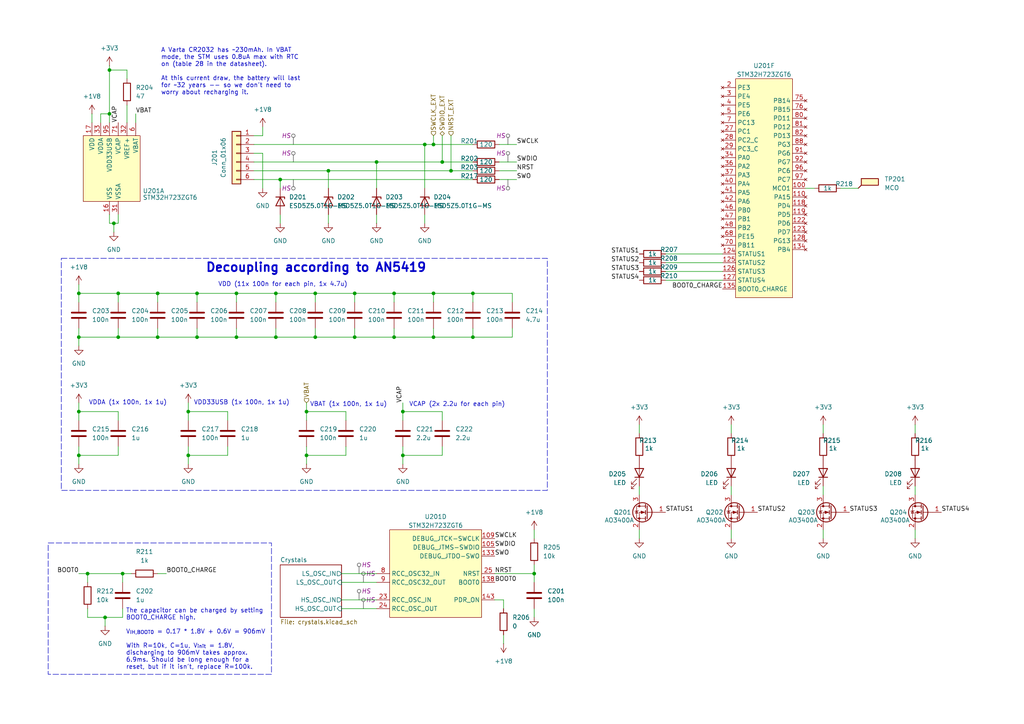
<source format=kicad_sch>
(kicad_sch
	(version 20231120)
	(generator "eeschema")
	(generator_version "8.0")
	(uuid "df468a5f-8f0e-4031-bd7f-935b2115e130")
	(paper "A4")
	
	(junction
		(at 31.75 20.32)
		(diameter 0)
		(color 0 0 0 0)
		(uuid "099caa94-db92-470b-bb4c-5de9cf9cc467")
	)
	(junction
		(at 109.22 46.99)
		(diameter 0)
		(color 0 0 0 0)
		(uuid "13b475c1-a0fc-457a-90ff-f3711af9ebfd")
	)
	(junction
		(at 137.16 85.09)
		(diameter 0)
		(color 0 0 0 0)
		(uuid "1a1ffb7f-b816-4074-9027-560bd8238727")
	)
	(junction
		(at 34.29 85.09)
		(diameter 0)
		(color 0 0 0 0)
		(uuid "2004af34-879e-4971-9e97-c4467851c953")
	)
	(junction
		(at 128.27 46.99)
		(diameter 0)
		(color 0 0 0 0)
		(uuid "23863094-51c4-4636-8fef-b21fb302bab3")
	)
	(junction
		(at 125.73 97.79)
		(diameter 0)
		(color 0 0 0 0)
		(uuid "2c55fbf1-d62b-451f-bb1f-caf3b17f5375")
	)
	(junction
		(at 102.87 97.79)
		(diameter 0)
		(color 0 0 0 0)
		(uuid "32750fe2-91f5-4bbe-997e-503f613d17d0")
	)
	(junction
		(at 57.15 97.79)
		(diameter 0)
		(color 0 0 0 0)
		(uuid "35daef6a-7383-4b05-9df2-3df9bd89ced6")
	)
	(junction
		(at 88.9 119.38)
		(diameter 0)
		(color 0 0 0 0)
		(uuid "3a726068-3bfa-44ef-92c7-5fce39210951")
	)
	(junction
		(at 45.72 85.09)
		(diameter 0)
		(color 0 0 0 0)
		(uuid "3bcb6dde-c78a-42b2-bc87-8ced5be24f07")
	)
	(junction
		(at 34.29 97.79)
		(diameter 0)
		(color 0 0 0 0)
		(uuid "3ea269d3-e6ac-4a72-ae6b-89f4d54c9338")
	)
	(junction
		(at 31.75 33.02)
		(diameter 0)
		(color 0 0 0 0)
		(uuid "4805f6de-9038-4f59-b5a7-827a89bac145")
	)
	(junction
		(at 81.28 52.07)
		(diameter 0)
		(color 0 0 0 0)
		(uuid "5600e7be-f6f2-4923-9caa-7434543ae99a")
	)
	(junction
		(at 137.16 97.79)
		(diameter 0)
		(color 0 0 0 0)
		(uuid "560f40f8-a8f4-4f6f-94c4-9dc087967434")
	)
	(junction
		(at 54.61 132.08)
		(diameter 0)
		(color 0 0 0 0)
		(uuid "5ff67bf4-a99a-4cc2-bbd1-b671567f84c4")
	)
	(junction
		(at 88.9 132.08)
		(diameter 0)
		(color 0 0 0 0)
		(uuid "60a72402-794f-4f69-9e87-bc239e60131c")
	)
	(junction
		(at 102.87 85.09)
		(diameter 0)
		(color 0 0 0 0)
		(uuid "61a9dacb-1304-4ee5-a96f-662d98681ab4")
	)
	(junction
		(at 33.02 64.77)
		(diameter 0)
		(color 0 0 0 0)
		(uuid "6768ee43-acf3-4cc1-8ba7-421db18eac86")
	)
	(junction
		(at 45.72 97.79)
		(diameter 0)
		(color 0 0 0 0)
		(uuid "6939f33f-3c4b-48da-8d00-45d95973ad02")
	)
	(junction
		(at 35.56 166.37)
		(diameter 0)
		(color 0 0 0 0)
		(uuid "718ee8cf-d56b-4800-ac68-3fc756dfab6b")
	)
	(junction
		(at 95.25 49.53)
		(diameter 0)
		(color 0 0 0 0)
		(uuid "77a4ea61-92f0-4035-abe3-625a8e3c14b3")
	)
	(junction
		(at 91.44 97.79)
		(diameter 0)
		(color 0 0 0 0)
		(uuid "7c6f933b-2285-4efe-bdd0-3a1b2343ecd5")
	)
	(junction
		(at 25.4 166.37)
		(diameter 0)
		(color 0 0 0 0)
		(uuid "802a1437-9189-433c-ad45-4530454b85c1")
	)
	(junction
		(at 91.44 85.09)
		(diameter 0)
		(color 0 0 0 0)
		(uuid "83cb7238-d81d-4627-8263-fec2b13c230d")
	)
	(junction
		(at 57.15 85.09)
		(diameter 0)
		(color 0 0 0 0)
		(uuid "87bed703-8893-4885-bc2d-73b91e65d84a")
	)
	(junction
		(at 116.84 119.38)
		(diameter 0)
		(color 0 0 0 0)
		(uuid "92e63fa0-1de2-4083-9298-07ca8f2e9968")
	)
	(junction
		(at 22.86 85.09)
		(diameter 0)
		(color 0 0 0 0)
		(uuid "93ee9367-45c6-41f7-84c8-88f3b92fc482")
	)
	(junction
		(at 68.58 97.79)
		(diameter 0)
		(color 0 0 0 0)
		(uuid "982fcf1f-7e81-4c7b-8d10-7cbce1d2987e")
	)
	(junction
		(at 54.61 119.38)
		(diameter 0)
		(color 0 0 0 0)
		(uuid "99c34ae0-2fd4-4c02-9491-385aa26cc99f")
	)
	(junction
		(at 114.3 85.09)
		(diameter 0)
		(color 0 0 0 0)
		(uuid "99ef7ac9-6c35-41a2-973a-ff63e45f192f")
	)
	(junction
		(at 154.94 166.37)
		(diameter 0)
		(color 0 0 0 0)
		(uuid "a47d1264-b381-422b-8e80-7135189d6cfa")
	)
	(junction
		(at 22.86 119.38)
		(diameter 0)
		(color 0 0 0 0)
		(uuid "ab77b71d-56f7-498a-a651-200ac6ded905")
	)
	(junction
		(at 125.73 85.09)
		(diameter 0)
		(color 0 0 0 0)
		(uuid "ad4210b9-e2be-4e66-8cd3-b26ff74a3125")
	)
	(junction
		(at 22.86 132.08)
		(diameter 0)
		(color 0 0 0 0)
		(uuid "bc352e3e-3900-497d-8d8e-83cbc838b473")
	)
	(junction
		(at 22.86 97.79)
		(diameter 0)
		(color 0 0 0 0)
		(uuid "bec0a6c5-6469-4947-b458-26bf6d33f9ab")
	)
	(junction
		(at 80.01 85.09)
		(diameter 0)
		(color 0 0 0 0)
		(uuid "c76af10a-2612-465f-b5c0-0e377af95292")
	)
	(junction
		(at 80.01 97.79)
		(diameter 0)
		(color 0 0 0 0)
		(uuid "c86ae7b4-f031-47d7-bb30-a7946fcc1a68")
	)
	(junction
		(at 68.58 85.09)
		(diameter 0)
		(color 0 0 0 0)
		(uuid "ca6c6f8f-27a9-4b4c-9d3a-af7524adf4a9")
	)
	(junction
		(at 125.73 41.91)
		(diameter 0)
		(color 0 0 0 0)
		(uuid "d20f00cf-992a-43cb-b2ac-1cdb9a41c297")
	)
	(junction
		(at 30.48 179.07)
		(diameter 0)
		(color 0 0 0 0)
		(uuid "dd236f1c-8bd6-4c8d-9b91-c4c00e23e591")
	)
	(junction
		(at 123.19 41.91)
		(diameter 0)
		(color 0 0 0 0)
		(uuid "f4a55238-1b08-4b10-87d1-d74fc50f62a1")
	)
	(junction
		(at 130.81 49.53)
		(diameter 0)
		(color 0 0 0 0)
		(uuid "f4ef7f49-b48d-415a-a4a7-1f3221c0d578")
	)
	(junction
		(at 116.84 132.08)
		(diameter 0)
		(color 0 0 0 0)
		(uuid "f9389e9d-a432-4b76-9757-ad26fc66fd6e")
	)
	(junction
		(at 114.3 97.79)
		(diameter 0)
		(color 0 0 0 0)
		(uuid "fe516e38-effa-42e4-92e2-435f54346d11")
	)
	(wire
		(pts
			(xy 35.56 179.07) (xy 35.56 176.53)
		)
		(stroke
			(width 0)
			(type default)
		)
		(uuid "01a63686-bff8-4cc6-8799-e26cd7f447b0")
	)
	(wire
		(pts
			(xy 209.55 76.2) (xy 193.04 76.2)
		)
		(stroke
			(width 0)
			(type default)
		)
		(uuid "04ca2a09-b189-4847-90a7-1f624ad803f2")
	)
	(wire
		(pts
			(xy 125.73 41.91) (xy 137.16 41.91)
		)
		(stroke
			(width 0)
			(type default)
		)
		(uuid "06d6b0ff-b56c-4c4e-a684-972f337f8a0b")
	)
	(wire
		(pts
			(xy 34.29 132.08) (xy 22.86 132.08)
		)
		(stroke
			(width 0)
			(type default)
		)
		(uuid "07bb0acf-e2a2-4a9d-a4c0-0b54b61a93f3")
	)
	(wire
		(pts
			(xy 22.86 116.84) (xy 22.86 119.38)
		)
		(stroke
			(width 0)
			(type default)
		)
		(uuid "08959f6c-2066-4e5c-8c11-93deb3ddd24f")
	)
	(wire
		(pts
			(xy 146.05 173.99) (xy 146.05 176.53)
		)
		(stroke
			(width 0)
			(type default)
		)
		(uuid "0a136c66-d695-4c07-a368-2812b61de742")
	)
	(wire
		(pts
			(xy 99.06 166.37) (xy 109.22 166.37)
		)
		(stroke
			(width 0)
			(type default)
		)
		(uuid "0de01768-2754-44d6-8d66-b1c9475a4d2d")
	)
	(wire
		(pts
			(xy 66.04 119.38) (xy 54.61 119.38)
		)
		(stroke
			(width 0)
			(type default)
		)
		(uuid "0f08897a-2ab2-4a14-8cd3-cb4175cfbda2")
	)
	(wire
		(pts
			(xy 68.58 97.79) (xy 57.15 97.79)
		)
		(stroke
			(width 0)
			(type default)
		)
		(uuid "0f8ef79d-9500-429a-ae59-63eb2fa4fa55")
	)
	(wire
		(pts
			(xy 125.73 95.25) (xy 125.73 97.79)
		)
		(stroke
			(width 0)
			(type default)
		)
		(uuid "10cffe81-a243-4afe-95af-242eb68ce4f4")
	)
	(wire
		(pts
			(xy 31.75 64.77) (xy 33.02 64.77)
		)
		(stroke
			(width 0)
			(type default)
		)
		(uuid "1192b073-6ba9-406d-91d5-d9dad1527a26")
	)
	(wire
		(pts
			(xy 125.73 85.09) (xy 114.3 85.09)
		)
		(stroke
			(width 0)
			(type default)
		)
		(uuid "14025473-5d80-47c5-93a4-965d3f09b49a")
	)
	(wire
		(pts
			(xy 29.21 35.56) (xy 29.21 33.02)
		)
		(stroke
			(width 0)
			(type default)
		)
		(uuid "1551a803-906c-4d88-b514-a26a8c6f4335")
	)
	(wire
		(pts
			(xy 114.3 97.79) (xy 102.87 97.79)
		)
		(stroke
			(width 0)
			(type default)
		)
		(uuid "1743f777-a65e-4614-b273-91bd04acb400")
	)
	(wire
		(pts
			(xy 34.29 121.92) (xy 34.29 119.38)
		)
		(stroke
			(width 0)
			(type default)
		)
		(uuid "18bea381-423f-40ce-bca2-ec5341b97564")
	)
	(wire
		(pts
			(xy 30.48 179.07) (xy 35.56 179.07)
		)
		(stroke
			(width 0)
			(type default)
		)
		(uuid "194d2504-3589-4d84-9692-970c62d4d456")
	)
	(wire
		(pts
			(xy 185.42 140.97) (xy 185.42 143.51)
		)
		(stroke
			(width 0)
			(type default)
		)
		(uuid "1a1d3d59-81a4-47af-875d-987d02f5a393")
	)
	(wire
		(pts
			(xy 154.94 163.83) (xy 154.94 166.37)
		)
		(stroke
			(width 0)
			(type default)
		)
		(uuid "1baa8e31-6a22-49cf-8c89-c54285a32f14")
	)
	(wire
		(pts
			(xy 25.4 168.91) (xy 25.4 166.37)
		)
		(stroke
			(width 0)
			(type default)
		)
		(uuid "1d4f771e-b8fb-4061-bc0f-7ff84369d4ea")
	)
	(wire
		(pts
			(xy 114.3 85.09) (xy 102.87 85.09)
		)
		(stroke
			(width 0)
			(type default)
		)
		(uuid "1d550e76-3a9c-4399-b98b-8d1d4304ea3e")
	)
	(wire
		(pts
			(xy 73.66 46.99) (xy 109.22 46.99)
		)
		(stroke
			(width 0)
			(type default)
		)
		(uuid "1d7e6757-ff0c-45d0-953f-9f9e7f02def9")
	)
	(wire
		(pts
			(xy 128.27 121.92) (xy 128.27 119.38)
		)
		(stroke
			(width 0)
			(type default)
		)
		(uuid "2246076b-e237-4435-950a-a4ba00e2044e")
	)
	(wire
		(pts
			(xy 34.29 64.77) (xy 34.29 62.23)
		)
		(stroke
			(width 0)
			(type default)
		)
		(uuid "23079121-b4dc-46fc-93b8-b695477a4fc9")
	)
	(wire
		(pts
			(xy 109.22 46.99) (xy 109.22 54.61)
		)
		(stroke
			(width 0)
			(type default)
		)
		(uuid "256708de-6483-45ca-83a3-0f241c445028")
	)
	(wire
		(pts
			(xy 80.01 97.79) (xy 91.44 97.79)
		)
		(stroke
			(width 0)
			(type default)
		)
		(uuid "2608b5af-706e-4880-92f6-37bde15de196")
	)
	(wire
		(pts
			(xy 36.83 30.48) (xy 36.83 35.56)
		)
		(stroke
			(width 0)
			(type default)
		)
		(uuid "2a3ec179-bf54-4225-8de5-7c6cf9f7f943")
	)
	(wire
		(pts
			(xy 31.75 20.32) (xy 31.75 33.02)
		)
		(stroke
			(width 0)
			(type default)
		)
		(uuid "2b68b67f-89ac-4391-9a43-2c21449300a7")
	)
	(wire
		(pts
			(xy 22.86 166.37) (xy 25.4 166.37)
		)
		(stroke
			(width 0)
			(type default)
		)
		(uuid "2e57a090-50fd-4943-b84f-075f5cd32338")
	)
	(wire
		(pts
			(xy 233.68 54.61) (xy 236.22 54.61)
		)
		(stroke
			(width 0)
			(type default)
		)
		(uuid "2f92c89e-d315-4369-89dc-8e2a226db13a")
	)
	(wire
		(pts
			(xy 128.27 129.54) (xy 128.27 132.08)
		)
		(stroke
			(width 0)
			(type default)
		)
		(uuid "2fa12720-1235-40a9-9454-a8cfba3d7b51")
	)
	(wire
		(pts
			(xy 116.84 132.08) (xy 116.84 134.62)
		)
		(stroke
			(width 0)
			(type default)
		)
		(uuid "31f29bc6-d490-44d5-a844-e05cf59f0287")
	)
	(wire
		(pts
			(xy 31.75 19.05) (xy 31.75 20.32)
		)
		(stroke
			(width 0)
			(type default)
		)
		(uuid "32c53b72-c65b-4bf8-b021-88a22f61d743")
	)
	(wire
		(pts
			(xy 22.86 85.09) (xy 22.86 87.63)
		)
		(stroke
			(width 0)
			(type default)
		)
		(uuid "373bc6e7-5261-4a82-92dc-1fe6308c8a57")
	)
	(wire
		(pts
			(xy 128.27 46.99) (xy 137.16 46.99)
		)
		(stroke
			(width 0)
			(type default)
		)
		(uuid "39c03b9d-a8e9-4c64-8507-68cf94e91c8e")
	)
	(wire
		(pts
			(xy 209.55 78.74) (xy 193.04 78.74)
		)
		(stroke
			(width 0)
			(type default)
		)
		(uuid "3a28d53e-6b90-4eb3-ba23-5e6bb71550d0")
	)
	(wire
		(pts
			(xy 123.19 41.91) (xy 123.19 54.61)
		)
		(stroke
			(width 0)
			(type default)
		)
		(uuid "3b0f279f-2119-4d8f-bbfb-552c7f97f63c")
	)
	(wire
		(pts
			(xy 73.66 49.53) (xy 95.25 49.53)
		)
		(stroke
			(width 0)
			(type default)
		)
		(uuid "3d6add5c-7c26-40b4-bb73-617f33c6d810")
	)
	(wire
		(pts
			(xy 265.43 153.67) (xy 265.43 156.21)
		)
		(stroke
			(width 0)
			(type default)
		)
		(uuid "3db37614-413b-49c3-b5b1-e3de3644c7ee")
	)
	(wire
		(pts
			(xy 154.94 176.53) (xy 154.94 179.07)
		)
		(stroke
			(width 0)
			(type default)
		)
		(uuid "3e7a0d8f-3e2f-4c04-9e0a-9661c8f2a448")
	)
	(wire
		(pts
			(xy 148.59 95.25) (xy 148.59 97.79)
		)
		(stroke
			(width 0)
			(type default)
		)
		(uuid "3ec16d32-c630-4d5a-bba6-ab2fe259f9e0")
	)
	(wire
		(pts
			(xy 91.44 95.25) (xy 91.44 97.79)
		)
		(stroke
			(width 0)
			(type default)
		)
		(uuid "401fd8cb-8149-4b84-93a0-1a8e55aa3182")
	)
	(wire
		(pts
			(xy 243.84 54.61) (xy 248.92 54.61)
		)
		(stroke
			(width 0)
			(type default)
		)
		(uuid "40610a5b-6ce2-4719-9e50-e4e0e43ae3e9")
	)
	(wire
		(pts
			(xy 212.09 140.97) (xy 212.09 143.51)
		)
		(stroke
			(width 0)
			(type default)
		)
		(uuid "421fac16-79d5-467f-9ae1-1bc1d61f195c")
	)
	(wire
		(pts
			(xy 116.84 129.54) (xy 116.84 132.08)
		)
		(stroke
			(width 0)
			(type default)
		)
		(uuid "428c40d5-4225-416f-a5d1-45cdbc3990d2")
	)
	(wire
		(pts
			(xy 154.94 153.67) (xy 154.94 156.21)
		)
		(stroke
			(width 0)
			(type default)
		)
		(uuid "44bf09a8-af0c-4b25-b5db-eb7445184d57")
	)
	(wire
		(pts
			(xy 88.9 116.84) (xy 88.9 119.38)
		)
		(stroke
			(width 0)
			(type default)
		)
		(uuid "4ab758db-561b-40d3-b8e2-8b5b60dbe08b")
	)
	(wire
		(pts
			(xy 125.73 97.79) (xy 137.16 97.79)
		)
		(stroke
			(width 0)
			(type default)
		)
		(uuid "4c4e5ab1-0cd9-4ffa-bb11-e1aca59fdcef")
	)
	(wire
		(pts
			(xy 100.33 121.92) (xy 100.33 119.38)
		)
		(stroke
			(width 0)
			(type default)
		)
		(uuid "4d992d5c-c767-4b4f-987b-2727acb214a6")
	)
	(wire
		(pts
			(xy 212.09 153.67) (xy 212.09 156.21)
		)
		(stroke
			(width 0)
			(type default)
		)
		(uuid "4ea8b034-bea5-4d3f-8f2a-fc475043e198")
	)
	(wire
		(pts
			(xy 57.15 95.25) (xy 57.15 97.79)
		)
		(stroke
			(width 0)
			(type default)
		)
		(uuid "4ebc61bb-9e60-4510-ba26-a28681ca7e42")
	)
	(wire
		(pts
			(xy 73.66 44.45) (xy 76.2 44.45)
		)
		(stroke
			(width 0)
			(type default)
		)
		(uuid "4fbd14c8-f879-4918-9332-52ef207bc916")
	)
	(wire
		(pts
			(xy 149.86 46.99) (xy 144.78 46.99)
		)
		(stroke
			(width 0)
			(type default)
		)
		(uuid "50db7806-7448-45c5-b0c6-1d494ba69f7c")
	)
	(wire
		(pts
			(xy 238.76 123.19) (xy 238.76 125.73)
		)
		(stroke
			(width 0)
			(type default)
		)
		(uuid "52226596-f2df-44d8-91c3-f832dc7e0627")
	)
	(wire
		(pts
			(xy 212.09 123.19) (xy 212.09 125.73)
		)
		(stroke
			(width 0)
			(type default)
		)
		(uuid "5425a411-695a-4fd2-8016-4892963b0fdb")
	)
	(wire
		(pts
			(xy 34.29 87.63) (xy 34.29 85.09)
		)
		(stroke
			(width 0)
			(type default)
		)
		(uuid "5687f25c-0ac6-4821-8d8a-2ba1b4897557")
	)
	(wire
		(pts
			(xy 35.56 166.37) (xy 35.56 168.91)
		)
		(stroke
			(width 0)
			(type default)
		)
		(uuid "594d81ae-4bce-45a6-8ca9-71472ec8908b")
	)
	(wire
		(pts
			(xy 80.01 95.25) (xy 80.01 97.79)
		)
		(stroke
			(width 0)
			(type default)
		)
		(uuid "5ce81830-dac8-45df-ac23-318c7d031d63")
	)
	(wire
		(pts
			(xy 130.81 49.53) (xy 137.16 49.53)
		)
		(stroke
			(width 0)
			(type default)
		)
		(uuid "5f4dd34e-5334-4d45-9e5c-143807c62bfd")
	)
	(wire
		(pts
			(xy 95.25 62.23) (xy 95.25 64.77)
		)
		(stroke
			(width 0)
			(type default)
		)
		(uuid "605c5d98-df0e-4e62-8e3c-110d4eb446b9")
	)
	(wire
		(pts
			(xy 80.01 85.09) (xy 68.58 85.09)
		)
		(stroke
			(width 0)
			(type default)
		)
		(uuid "60ef9669-927c-4440-b80b-93359189add5")
	)
	(wire
		(pts
			(xy 45.72 87.63) (xy 45.72 85.09)
		)
		(stroke
			(width 0)
			(type default)
		)
		(uuid "61de847c-7470-48cb-8513-4a6385764347")
	)
	(wire
		(pts
			(xy 265.43 123.19) (xy 265.43 125.73)
		)
		(stroke
			(width 0)
			(type default)
		)
		(uuid "646ade60-a351-45be-b631-46750ede12e9")
	)
	(wire
		(pts
			(xy 33.02 64.77) (xy 34.29 64.77)
		)
		(stroke
			(width 0)
			(type default)
		)
		(uuid "65201a99-6e46-4eac-816d-c19345369167")
	)
	(wire
		(pts
			(xy 34.29 95.25) (xy 34.29 97.79)
		)
		(stroke
			(width 0)
			(type default)
		)
		(uuid "66a7b184-3067-450d-bf73-3918bc9dafe4")
	)
	(wire
		(pts
			(xy 102.87 87.63) (xy 102.87 85.09)
		)
		(stroke
			(width 0)
			(type default)
		)
		(uuid "6b037d81-9d0e-4b52-9043-018fdd758e25")
	)
	(wire
		(pts
			(xy 91.44 97.79) (xy 102.87 97.79)
		)
		(stroke
			(width 0)
			(type default)
		)
		(uuid "6b239e5d-e991-451c-9c5c-42b20e28d3fc")
	)
	(wire
		(pts
			(xy 80.01 87.63) (xy 80.01 85.09)
		)
		(stroke
			(width 0)
			(type default)
		)
		(uuid "6cb76c39-559e-4773-9d4d-f8d202e3bec8")
	)
	(wire
		(pts
			(xy 34.29 97.79) (xy 22.86 97.79)
		)
		(stroke
			(width 0)
			(type default)
		)
		(uuid "6e14b170-9756-4822-bdab-44e8f193ddf5")
	)
	(wire
		(pts
			(xy 25.4 179.07) (xy 30.48 179.07)
		)
		(stroke
			(width 0)
			(type default)
		)
		(uuid "6ec10417-77a3-4753-befe-a147ca31882e")
	)
	(wire
		(pts
			(xy 100.33 129.54) (xy 100.33 132.08)
		)
		(stroke
			(width 0)
			(type default)
		)
		(uuid "6ee02f46-d149-484d-b7fe-6e1b752b17fd")
	)
	(wire
		(pts
			(xy 95.25 49.53) (xy 130.81 49.53)
		)
		(stroke
			(width 0)
			(type default)
		)
		(uuid "6f7a9c70-0b97-4c82-8afa-668b85d9e32f")
	)
	(wire
		(pts
			(xy 116.84 119.38) (xy 116.84 121.92)
		)
		(stroke
			(width 0)
			(type default)
		)
		(uuid "70298d7b-9043-4e18-9135-7fea8db59186")
	)
	(wire
		(pts
			(xy 45.72 97.79) (xy 34.29 97.79)
		)
		(stroke
			(width 0)
			(type default)
		)
		(uuid "78195668-127e-4917-a405-cca87c784e9b")
	)
	(wire
		(pts
			(xy 91.44 85.09) (xy 91.44 87.63)
		)
		(stroke
			(width 0)
			(type default)
		)
		(uuid "7be0c1c1-d0e3-47a8-995e-cb4d549dc527")
	)
	(wire
		(pts
			(xy 125.73 97.79) (xy 114.3 97.79)
		)
		(stroke
			(width 0)
			(type default)
		)
		(uuid "7ea963a1-5f16-4126-950a-38f2517404a7")
	)
	(wire
		(pts
			(xy 22.86 119.38) (xy 22.86 121.92)
		)
		(stroke
			(width 0)
			(type default)
		)
		(uuid "7efcd332-7a6b-4bd5-b422-5481bf9d235d")
	)
	(wire
		(pts
			(xy 81.28 52.07) (xy 137.16 52.07)
		)
		(stroke
			(width 0)
			(type default)
		)
		(uuid "8442f597-1917-44dd-bddf-3424ce9cb66c")
	)
	(wire
		(pts
			(xy 109.22 46.99) (xy 128.27 46.99)
		)
		(stroke
			(width 0)
			(type default)
		)
		(uuid "8473f5b3-b027-4d96-9292-e9486d0df8fc")
	)
	(wire
		(pts
			(xy 125.73 87.63) (xy 125.73 85.09)
		)
		(stroke
			(width 0)
			(type default)
		)
		(uuid "8814ec7b-c9ce-4868-867b-4dddc794f7a8")
	)
	(wire
		(pts
			(xy 100.33 132.08) (xy 88.9 132.08)
		)
		(stroke
			(width 0)
			(type default)
		)
		(uuid "88b1dd31-07fc-440a-b042-1bd2d0c174ed")
	)
	(wire
		(pts
			(xy 209.55 81.28) (xy 193.04 81.28)
		)
		(stroke
			(width 0)
			(type default)
		)
		(uuid "892b5c34-6104-4eb3-a958-431354686d54")
	)
	(wire
		(pts
			(xy 34.29 129.54) (xy 34.29 132.08)
		)
		(stroke
			(width 0)
			(type default)
		)
		(uuid "8bc72f2e-717e-4feb-9401-8795de12c46b")
	)
	(wire
		(pts
			(xy 34.29 119.38) (xy 22.86 119.38)
		)
		(stroke
			(width 0)
			(type default)
		)
		(uuid "8c5ffaa7-bc82-46b9-b12d-cbab5f1c2e7c")
	)
	(wire
		(pts
			(xy 57.15 87.63) (xy 57.15 85.09)
		)
		(stroke
			(width 0)
			(type default)
		)
		(uuid "8fb89dee-d785-46d5-af46-96f7e7cdd9dd")
	)
	(wire
		(pts
			(xy 114.3 95.25) (xy 114.3 97.79)
		)
		(stroke
			(width 0)
			(type default)
		)
		(uuid "9108d04d-ff12-4245-928f-abc65cffba32")
	)
	(wire
		(pts
			(xy 81.28 52.07) (xy 81.28 54.61)
		)
		(stroke
			(width 0)
			(type default)
		)
		(uuid "915af00a-7643-41b5-bdbd-7b166aa98006")
	)
	(wire
		(pts
			(xy 22.86 129.54) (xy 22.86 132.08)
		)
		(stroke
			(width 0)
			(type default)
		)
		(uuid "922511a8-66c1-4464-b19a-2a06d10a8008")
	)
	(wire
		(pts
			(xy 45.72 166.37) (xy 48.26 166.37)
		)
		(stroke
			(width 0)
			(type default)
		)
		(uuid "95a52ac6-fe3b-4bd2-ac5b-2cee23dd4165")
	)
	(wire
		(pts
			(xy 45.72 95.25) (xy 45.72 97.79)
		)
		(stroke
			(width 0)
			(type default)
		)
		(uuid "9644140f-47b1-4b78-93b5-e7ccf9d50f0a")
	)
	(wire
		(pts
			(xy 137.16 97.79) (xy 148.59 97.79)
		)
		(stroke
			(width 0)
			(type default)
		)
		(uuid "966b2581-d575-4183-ade3-6b6cf2bb328e")
	)
	(wire
		(pts
			(xy 39.37 35.56) (xy 39.37 33.02)
		)
		(stroke
			(width 0)
			(type default)
		)
		(uuid "975db459-a854-421e-9538-890f8f08ecb4")
	)
	(wire
		(pts
			(xy 22.86 97.79) (xy 22.86 100.33)
		)
		(stroke
			(width 0)
			(type default)
		)
		(uuid "98549362-79e5-43ec-b1bc-194edca406df")
	)
	(wire
		(pts
			(xy 99.06 173.99) (xy 109.22 173.99)
		)
		(stroke
			(width 0)
			(type default)
		)
		(uuid "9c954345-3160-4dc0-8437-eea4b68754f6")
	)
	(wire
		(pts
			(xy 81.28 62.23) (xy 81.28 64.77)
		)
		(stroke
			(width 0)
			(type default)
		)
		(uuid "9cdb8356-6224-4fd4-affa-1edbb2cf15b5")
	)
	(wire
		(pts
			(xy 88.9 129.54) (xy 88.9 132.08)
		)
		(stroke
			(width 0)
			(type default)
		)
		(uuid "9e880409-eb28-4420-af67-feb347ae3c56")
	)
	(wire
		(pts
			(xy 185.42 123.19) (xy 185.42 125.73)
		)
		(stroke
			(width 0)
			(type default)
		)
		(uuid "a08c6fa7-994e-461c-9ecf-67ce33aac7e5")
	)
	(wire
		(pts
			(xy 102.87 95.25) (xy 102.87 97.79)
		)
		(stroke
			(width 0)
			(type default)
		)
		(uuid "a35044ed-d86d-433d-9206-8cb7ec261443")
	)
	(wire
		(pts
			(xy 100.33 119.38) (xy 88.9 119.38)
		)
		(stroke
			(width 0)
			(type default)
		)
		(uuid "a557dd1a-f8aa-4fc4-80f3-1bd74c0129c9")
	)
	(wire
		(pts
			(xy 73.66 52.07) (xy 81.28 52.07)
		)
		(stroke
			(width 0)
			(type default)
		)
		(uuid "a5f5f622-b97d-4bd3-9db3-069281e0951f")
	)
	(wire
		(pts
			(xy 123.19 41.91) (xy 125.73 41.91)
		)
		(stroke
			(width 0)
			(type default)
		)
		(uuid "a5f78385-c817-40bb-9e7d-6dc07e9ae0df")
	)
	(wire
		(pts
			(xy 22.86 95.25) (xy 22.86 97.79)
		)
		(stroke
			(width 0)
			(type default)
		)
		(uuid "ab5c04c4-3d9d-4f99-a9a1-217e96c66e78")
	)
	(wire
		(pts
			(xy 154.94 166.37) (xy 154.94 168.91)
		)
		(stroke
			(width 0)
			(type default)
		)
		(uuid "aba473d0-2ad6-46e6-a119-efdf07f14ea0")
	)
	(wire
		(pts
			(xy 22.86 132.08) (xy 22.86 134.62)
		)
		(stroke
			(width 0)
			(type default)
		)
		(uuid "ac6ae633-0f7a-4885-941a-50ff5bd6f340")
	)
	(wire
		(pts
			(xy 68.58 87.63) (xy 68.58 85.09)
		)
		(stroke
			(width 0)
			(type default)
		)
		(uuid "ae967ebc-6cb7-4287-8982-bbe24e8278fe")
	)
	(wire
		(pts
			(xy 34.29 85.09) (xy 22.86 85.09)
		)
		(stroke
			(width 0)
			(type default)
		)
		(uuid "b00e601c-df35-4a8a-9319-d472bde70269")
	)
	(wire
		(pts
			(xy 185.42 153.67) (xy 185.42 156.21)
		)
		(stroke
			(width 0)
			(type default)
		)
		(uuid "b11ef694-7e83-411c-b5ea-2b41238869fc")
	)
	(wire
		(pts
			(xy 91.44 85.09) (xy 102.87 85.09)
		)
		(stroke
			(width 0)
			(type default)
		)
		(uuid "b19e3556-beb4-409c-bdfc-ea5211490103")
	)
	(wire
		(pts
			(xy 146.05 184.15) (xy 146.05 186.69)
		)
		(stroke
			(width 0)
			(type default)
		)
		(uuid "b1b303c0-c31a-4baa-9d98-2cadcc03b58b")
	)
	(wire
		(pts
			(xy 54.61 116.84) (xy 54.61 119.38)
		)
		(stroke
			(width 0)
			(type default)
		)
		(uuid "b1e8754f-0598-4aa5-ad71-82d93f64b500")
	)
	(wire
		(pts
			(xy 116.84 116.84) (xy 116.84 119.38)
		)
		(stroke
			(width 0)
			(type default)
		)
		(uuid "b327bfe2-69bd-4ea2-a16c-5776c1381b55")
	)
	(wire
		(pts
			(xy 73.66 41.91) (xy 123.19 41.91)
		)
		(stroke
			(width 0)
			(type default)
		)
		(uuid "b616a238-5ef9-4f29-85d3-33cedc4748e1")
	)
	(wire
		(pts
			(xy 31.75 62.23) (xy 31.75 64.77)
		)
		(stroke
			(width 0)
			(type default)
		)
		(uuid "b756b144-5fcb-44ee-a08c-5dd20e7d6151")
	)
	(wire
		(pts
			(xy 238.76 140.97) (xy 238.76 143.51)
		)
		(stroke
			(width 0)
			(type default)
		)
		(uuid "ba60f240-cf7e-42d9-99a5-f8f6c0cfaa57")
	)
	(wire
		(pts
			(xy 57.15 85.09) (xy 45.72 85.09)
		)
		(stroke
			(width 0)
			(type default)
		)
		(uuid "ba9b610e-22bb-4994-8626-059d460366d5")
	)
	(wire
		(pts
			(xy 125.73 39.37) (xy 125.73 41.91)
		)
		(stroke
			(width 0)
			(type default)
		)
		(uuid "c15d81bc-35c5-49ec-a0e1-018399e810cc")
	)
	(wire
		(pts
			(xy 114.3 87.63) (xy 114.3 85.09)
		)
		(stroke
			(width 0)
			(type default)
		)
		(uuid "c1afca35-7542-4ed8-af0d-38c178cd1fe3")
	)
	(wire
		(pts
			(xy 36.83 20.32) (xy 31.75 20.32)
		)
		(stroke
			(width 0)
			(type default)
		)
		(uuid "c2cb7554-4b30-4616-8b4c-e1a4798a11dc")
	)
	(wire
		(pts
			(xy 29.21 33.02) (xy 31.75 33.02)
		)
		(stroke
			(width 0)
			(type default)
		)
		(uuid "c5cb3d4a-eb46-456a-914f-5d1d8e731ebb")
	)
	(wire
		(pts
			(xy 128.27 132.08) (xy 116.84 132.08)
		)
		(stroke
			(width 0)
			(type default)
		)
		(uuid "c6358dc2-2a2a-4fcc-b7fb-2f3921877064")
	)
	(wire
		(pts
			(xy 45.72 85.09) (xy 34.29 85.09)
		)
		(stroke
			(width 0)
			(type default)
		)
		(uuid "c6928670-2536-49c4-8cb3-c7f6b1ef09c7")
	)
	(wire
		(pts
			(xy 238.76 153.67) (xy 238.76 156.21)
		)
		(stroke
			(width 0)
			(type default)
		)
		(uuid "c8678cb7-bd73-4ed1-89c5-1d74e4976d07")
	)
	(wire
		(pts
			(xy 25.4 166.37) (xy 35.56 166.37)
		)
		(stroke
			(width 0)
			(type default)
		)
		(uuid "c88932a3-a1ee-4dbd-840c-3517a65ced10")
	)
	(wire
		(pts
			(xy 66.04 121.92) (xy 66.04 119.38)
		)
		(stroke
			(width 0)
			(type default)
		)
		(uuid "ca02eac4-9d66-460a-8b27-d819a34273e8")
	)
	(wire
		(pts
			(xy 57.15 97.79) (xy 45.72 97.79)
		)
		(stroke
			(width 0)
			(type default)
		)
		(uuid "cd57479d-3e20-4574-924f-6b0213a3d863")
	)
	(wire
		(pts
			(xy 95.25 49.53) (xy 95.25 54.61)
		)
		(stroke
			(width 0)
			(type default)
		)
		(uuid "cd648250-ce5f-4266-b3cc-ab675c2b790f")
	)
	(wire
		(pts
			(xy 109.22 62.23) (xy 109.22 64.77)
		)
		(stroke
			(width 0)
			(type default)
		)
		(uuid "d033f34d-ffb7-49bd-a4f4-af419d685090")
	)
	(wire
		(pts
			(xy 68.58 95.25) (xy 68.58 97.79)
		)
		(stroke
			(width 0)
			(type default)
		)
		(uuid "d389f98b-ce93-47e4-99c6-6d9c8c69b82c")
	)
	(wire
		(pts
			(xy 33.02 64.77) (xy 33.02 67.31)
		)
		(stroke
			(width 0)
			(type default)
		)
		(uuid "d3cc1628-cb88-4e4c-a83f-75df2a57804b")
	)
	(wire
		(pts
			(xy 209.55 73.66) (xy 193.04 73.66)
		)
		(stroke
			(width 0)
			(type default)
		)
		(uuid "d4a7e86e-6cb4-4d80-9927-b3eea1902bc3")
	)
	(wire
		(pts
			(xy 76.2 39.37) (xy 76.2 36.83)
		)
		(stroke
			(width 0)
			(type default)
		)
		(uuid "d532741f-8b2f-4cab-a8be-05728d734b2e")
	)
	(wire
		(pts
			(xy 148.59 87.63) (xy 148.59 85.09)
		)
		(stroke
			(width 0)
			(type default)
		)
		(uuid "d6498472-c648-4ab3-b73a-f2c66d5dffe9")
	)
	(wire
		(pts
			(xy 26.67 33.02) (xy 26.67 35.56)
		)
		(stroke
			(width 0)
			(type default)
		)
		(uuid "d6f73bf3-ab64-4e3c-88bf-45fe3de18a0b")
	)
	(wire
		(pts
			(xy 80.01 85.09) (xy 91.44 85.09)
		)
		(stroke
			(width 0)
			(type default)
		)
		(uuid "d7d8c52f-df48-4998-80fa-f715bd2c5002")
	)
	(wire
		(pts
			(xy 123.19 62.23) (xy 123.19 64.77)
		)
		(stroke
			(width 0)
			(type default)
		)
		(uuid "d7e90fcb-cf37-40c4-8472-b49652178a22")
	)
	(wire
		(pts
			(xy 137.16 85.09) (xy 137.16 87.63)
		)
		(stroke
			(width 0)
			(type default)
		)
		(uuid "d972d96d-b044-4c3f-a495-b45ac02f52f9")
	)
	(wire
		(pts
			(xy 68.58 85.09) (xy 57.15 85.09)
		)
		(stroke
			(width 0)
			(type default)
		)
		(uuid "daf56ee8-da1f-4999-b8c6-aba3ae5dc864")
	)
	(wire
		(pts
			(xy 22.86 82.55) (xy 22.86 85.09)
		)
		(stroke
			(width 0)
			(type default)
		)
		(uuid "dcb1184e-473e-4da0-b915-e585f0188cdb")
	)
	(wire
		(pts
			(xy 128.27 119.38) (xy 116.84 119.38)
		)
		(stroke
			(width 0)
			(type default)
		)
		(uuid "dd15bf24-0a52-40d1-a9d7-863a9a578005")
	)
	(wire
		(pts
			(xy 99.06 176.53) (xy 109.22 176.53)
		)
		(stroke
			(width 0)
			(type default)
		)
		(uuid "df2b3a0e-1996-4096-8d12-0cd99913107b")
	)
	(wire
		(pts
			(xy 143.51 166.37) (xy 154.94 166.37)
		)
		(stroke
			(width 0)
			(type default)
		)
		(uuid "e040c210-139b-4e48-9125-44eb1193d775")
	)
	(wire
		(pts
			(xy 31.75 33.02) (xy 31.75 35.56)
		)
		(stroke
			(width 0)
			(type default)
		)
		(uuid "e11e3f43-3bc2-4f51-be74-736c094e7656")
	)
	(wire
		(pts
			(xy 35.56 166.37) (xy 38.1 166.37)
		)
		(stroke
			(width 0)
			(type default)
		)
		(uuid "e12f3613-6ee0-405f-8b33-fa5a8a472535")
	)
	(wire
		(pts
			(xy 149.86 52.07) (xy 144.78 52.07)
		)
		(stroke
			(width 0)
			(type default)
		)
		(uuid "e137111e-f03c-4e60-858a-72cdcb7cb623")
	)
	(wire
		(pts
			(xy 149.86 41.91) (xy 144.78 41.91)
		)
		(stroke
			(width 0)
			(type default)
		)
		(uuid "e40b6a3a-a875-482e-97b6-05136175ab07")
	)
	(wire
		(pts
			(xy 99.06 168.91) (xy 109.22 168.91)
		)
		(stroke
			(width 0)
			(type default)
		)
		(uuid "e70ab919-8ace-4295-9423-36ecc34c1ceb")
	)
	(wire
		(pts
			(xy 66.04 132.08) (xy 54.61 132.08)
		)
		(stroke
			(width 0)
			(type default)
		)
		(uuid "e7f85c43-65bf-4dc9-ba40-ffe099bfdae7")
	)
	(wire
		(pts
			(xy 137.16 85.09) (xy 148.59 85.09)
		)
		(stroke
			(width 0)
			(type default)
		)
		(uuid "e88a9225-593b-4a70-b5a7-5de06537fda6")
	)
	(wire
		(pts
			(xy 143.51 173.99) (xy 146.05 173.99)
		)
		(stroke
			(width 0)
			(type default)
		)
		(uuid "e8cb98d2-e3ce-49e4-b23f-710f67722150")
	)
	(wire
		(pts
			(xy 54.61 132.08) (xy 54.61 134.62)
		)
		(stroke
			(width 0)
			(type default)
		)
		(uuid "e910bb8a-dd30-40a3-8c15-8cf48ffa1ef5")
	)
	(wire
		(pts
			(xy 125.73 85.09) (xy 137.16 85.09)
		)
		(stroke
			(width 0)
			(type default)
		)
		(uuid "ea053e0f-2004-4447-b447-119bce38a9bf")
	)
	(wire
		(pts
			(xy 54.61 129.54) (xy 54.61 132.08)
		)
		(stroke
			(width 0)
			(type default)
		)
		(uuid "ea13d68e-c6e7-4f20-b2b6-d7997fba5ff3")
	)
	(wire
		(pts
			(xy 54.61 119.38) (xy 54.61 121.92)
		)
		(stroke
			(width 0)
			(type default)
		)
		(uuid "ea9d3694-5066-4cfc-8c19-a7bcceea27f6")
	)
	(wire
		(pts
			(xy 80.01 97.79) (xy 68.58 97.79)
		)
		(stroke
			(width 0)
			(type default)
		)
		(uuid "ebca5ee6-ef64-4905-a312-4bc8a367f6fa")
	)
	(wire
		(pts
			(xy 30.48 179.07) (xy 30.48 181.61)
		)
		(stroke
			(width 0)
			(type default)
		)
		(uuid "ebf1c2b3-b6f1-40af-b2fa-21f6bda60145")
	)
	(wire
		(pts
			(xy 130.81 39.37) (xy 130.81 49.53)
		)
		(stroke
			(width 0)
			(type default)
		)
		(uuid "ec284e8c-12b2-43e0-89d7-7a0f94254b7c")
	)
	(wire
		(pts
			(xy 76.2 44.45) (xy 76.2 54.61)
		)
		(stroke
			(width 0)
			(type default)
		)
		(uuid "ecf414a8-33bb-40ca-b5c6-b264564eb479")
	)
	(wire
		(pts
			(xy 73.66 39.37) (xy 76.2 39.37)
		)
		(stroke
			(width 0)
			(type default)
		)
		(uuid "f1d7adec-6468-4882-8ddc-05a549896b08")
	)
	(wire
		(pts
			(xy 88.9 132.08) (xy 88.9 134.62)
		)
		(stroke
			(width 0)
			(type default)
		)
		(uuid "f4a84534-4d48-4768-b541-71c1437fc5f2")
	)
	(wire
		(pts
			(xy 66.04 129.54) (xy 66.04 132.08)
		)
		(stroke
			(width 0)
			(type default)
		)
		(uuid "f4c58b6d-6bf9-4c1d-9d1e-cbd614e0c24b")
	)
	(wire
		(pts
			(xy 36.83 22.86) (xy 36.83 20.32)
		)
		(stroke
			(width 0)
			(type default)
		)
		(uuid "f7153f3e-f5bc-42eb-b6a0-28993d22c51e")
	)
	(wire
		(pts
			(xy 128.27 39.37) (xy 128.27 46.99)
		)
		(stroke
			(width 0)
			(type default)
		)
		(uuid "f770b932-7d79-4bb0-ba80-44f7dc6b6cdf")
	)
	(wire
		(pts
			(xy 265.43 140.97) (xy 265.43 143.51)
		)
		(stroke
			(width 0)
			(type default)
		)
		(uuid "f8e780bb-a704-43ac-8fb2-32099e5d29d6")
	)
	(wire
		(pts
			(xy 149.86 49.53) (xy 144.78 49.53)
		)
		(stroke
			(width 0)
			(type default)
		)
		(uuid "f9a50ce3-3dcd-4796-90a7-074bdbfc7263")
	)
	(wire
		(pts
			(xy 88.9 119.38) (xy 88.9 121.92)
		)
		(stroke
			(width 0)
			(type default)
		)
		(uuid "fd13c5c4-975e-42db-b16d-bfc64f0ef0c5")
	)
	(wire
		(pts
			(xy 137.16 95.25) (xy 137.16 97.79)
		)
		(stroke
			(width 0)
			(type default)
		)
		(uuid "fe5293a2-33d4-401b-b046-380828c6753e")
	)
	(wire
		(pts
			(xy 25.4 176.53) (xy 25.4 179.07)
		)
		(stroke
			(width 0)
			(type default)
		)
		(uuid "ff86fb6f-78ed-4917-be10-d3b1bc27c75d")
	)
	(rectangle
		(start 17.78 74.93)
		(end 158.75 142.24)
		(stroke
			(width 0)
			(type dash)
		)
		(fill
			(type none)
		)
		(uuid 2dc8c87b-d7cf-46b1-99c8-25f74ff53f74)
	)
	(rectangle
		(start 13.97 157.48)
		(end 78.74 195.58)
		(stroke
			(width 0)
			(type dash)
		)
		(fill
			(type none)
		)
		(uuid e1100047-306e-4a60-826a-a0ce1999df86)
	)
	(text_box "The capacitor can be charged by setting BOOT0_CHARGE high.\n\nV_{IH,BOOT0} = 0.17 * 1.8V + 0.6V = 906mV\n\nWith R=10k, C=1u, V_{init} = 1.8V, discharging to 906mV takes approx. 6.9ms. Should be long enough for a reset, but if it isn't, replace R=100k."
		(exclude_from_sim no)
		(at 35.56 175.26 0)
		(size 43.18 20.32)
		(stroke
			(width -0.0001)
			(type default)
		)
		(fill
			(type none)
		)
		(effects
			(font
				(size 1.27 1.27)
			)
			(justify left top)
		)
		(uuid "422d0408-b8f7-4ff0-b07b-3eda1e76130a")
	)
	(text_box "A Varta CR2032 has ~230mAh. In VBAT mode, the STM uses 0.8uA max with RTC on (table 28 in the datasheet).\n\nAt this current draw, the battery will last for ~32 years -- so we don't need to worry about recharging it."
		(exclude_from_sim no)
		(at 45.72 12.7 0)
		(size 43.18 16.51)
		(stroke
			(width -0.0001)
			(type default)
		)
		(fill
			(type none)
		)
		(effects
			(font
				(size 1.27 1.27)
				(thickness 0.1588)
			)
			(justify left top)
		)
		(uuid "c8b20185-bab7-4597-8be0-dafe70bb7863")
	)
	(text "VDD33USB (1x 100n, 1x 1u)"
		(exclude_from_sim no)
		(at 70.104 116.84 0)
		(effects
			(font
				(size 1.27 1.27)
			)
		)
		(uuid "05bb4ab0-a328-44a8-acd8-0ab2f5794d00")
	)
	(text "VCAP (2x 2.2u for each pin)"
		(exclude_from_sim no)
		(at 132.588 117.348 0)
		(effects
			(font
				(size 1.27 1.27)
			)
		)
		(uuid "0f98f05b-3eaa-4485-b8e9-479ec2fb6246")
	)
	(text "VDDA (1x 100n, 1x 1u)"
		(exclude_from_sim no)
		(at 37.084 116.84 0)
		(effects
			(font
				(size 1.27 1.27)
			)
		)
		(uuid "4e4d445f-b749-4503-83ad-d0e678440c23")
	)
	(text "Decoupling according to AN5419"
		(exclude_from_sim no)
		(at 91.694 77.724 0)
		(effects
			(font
				(size 2.54 2.54)
				(thickness 0.508)
				(bold yes)
			)
		)
		(uuid "a4e64dcb-5eb4-46a2-af3a-414e35106d3d")
	)
	(text "VDD (11x 100n for each pin, 1x 4.7u)"
		(exclude_from_sim no)
		(at 82.042 82.55 0)
		(effects
			(font
				(size 1.27 1.27)
				(thickness 0.1588)
			)
		)
		(uuid "cc1bc744-280a-4e14-9d8e-853f908eaea6")
	)
	(text "VBAT (1x 100n, 1x 1u)"
		(exclude_from_sim no)
		(at 101.092 117.348 0)
		(effects
			(font
				(size 1.27 1.27)
			)
		)
		(uuid "f2aa64c2-3b36-4ff5-82b1-31f08bc9bdf3")
	)
	(label "SWCLK"
		(at 143.51 156.21 0)
		(fields_autoplaced yes)
		(effects
			(font
				(size 1.27 1.27)
			)
			(justify left bottom)
		)
		(uuid "017d1c0b-4b45-4803-86b1-01b95c551147")
	)
	(label "STATUS4"
		(at 273.05 148.59 0)
		(fields_autoplaced yes)
		(effects
			(font
				(size 1.27 1.27)
			)
			(justify left bottom)
		)
		(uuid "11deea48-1fb3-4e9f-a386-00a9293c9626")
	)
	(label "BOOT0_CHARGE"
		(at 209.55 83.82 180)
		(fields_autoplaced yes)
		(effects
			(font
				(size 1.27 1.27)
			)
			(justify right bottom)
		)
		(uuid "1dca19fb-bcbe-4a43-b770-4ee691507a5e")
	)
	(label "SWO"
		(at 143.51 161.29 0)
		(fields_autoplaced yes)
		(effects
			(font
				(size 1.27 1.27)
			)
			(justify left bottom)
		)
		(uuid "2b21e4ed-483f-41ca-9383-65e0d8ff662b")
	)
	(label "SWDIO"
		(at 149.86 46.99 0)
		(fields_autoplaced yes)
		(effects
			(font
				(size 1.27 1.27)
			)
			(justify left bottom)
		)
		(uuid "33849a69-4fc7-41ff-ba87-dedf086c3b55")
	)
	(label "STATUS1"
		(at 193.04 148.59 0)
		(fields_autoplaced yes)
		(effects
			(font
				(size 1.27 1.27)
			)
			(justify left bottom)
		)
		(uuid "3ab5a3a0-0b96-4ba2-ba2f-073a6d81ec5c")
	)
	(label "VCAP"
		(at 34.29 35.56 90)
		(fields_autoplaced yes)
		(effects
			(font
				(size 1.27 1.27)
			)
			(justify left bottom)
		)
		(uuid "425c89f0-4105-4466-9d97-73c9b455bc3b")
	)
	(label "SWCLK"
		(at 149.86 41.91 0)
		(fields_autoplaced yes)
		(effects
			(font
				(size 1.27 1.27)
			)
			(justify left bottom)
		)
		(uuid "450142db-f48e-4dac-a29c-a820328b3fac")
	)
	(label "BOOT0"
		(at 143.51 168.91 0)
		(fields_autoplaced yes)
		(effects
			(font
				(size 1.27 1.27)
			)
			(justify left bottom)
		)
		(uuid "5f52f48f-11c6-4361-9909-e46d658cd481")
	)
	(label "STATUS2"
		(at 219.71 148.59 0)
		(fields_autoplaced yes)
		(effects
			(font
				(size 1.27 1.27)
			)
			(justify left bottom)
		)
		(uuid "5fedae0e-7315-4832-941c-c8a1b2e1253c")
	)
	(label "SWDIO"
		(at 143.51 158.75 0)
		(fields_autoplaced yes)
		(effects
			(font
				(size 1.27 1.27)
			)
			(justify left bottom)
		)
		(uuid "6f40de9d-3cc0-482a-ad52-4afe24b3f190")
	)
	(label "NRST"
		(at 149.86 49.53 0)
		(fields_autoplaced yes)
		(effects
			(font
				(size 1.27 1.27)
			)
			(justify left bottom)
		)
		(uuid "8289d5da-ecb2-41a5-8638-a72a970c00a5")
	)
	(label "NRST"
		(at 143.51 166.37 0)
		(fields_autoplaced yes)
		(effects
			(font
				(size 1.27 1.27)
			)
			(justify left bottom)
		)
		(uuid "82a728d1-7e74-4cb3-baf9-0f5faf87ac8b")
	)
	(label "BOOT0"
		(at 22.86 166.37 180)
		(fields_autoplaced yes)
		(effects
			(font
				(size 1.27 1.27)
			)
			(justify right bottom)
		)
		(uuid "840b2980-fed5-4927-b2ed-74643b0c9d70")
	)
	(label "STATUS2"
		(at 185.42 76.2 180)
		(fields_autoplaced yes)
		(effects
			(font
				(size 1.27 1.27)
			)
			(justify right bottom)
		)
		(uuid "921c54b8-6818-4947-be5e-4fbee673782a")
	)
	(label "VCAP"
		(at 116.84 116.84 90)
		(fields_autoplaced yes)
		(effects
			(font
				(size 1.27 1.27)
			)
			(justify left bottom)
		)
		(uuid "95fa6b9f-b496-4b19-9439-eb25c3f56598")
	)
	(label "STATUS4"
		(at 185.42 81.28 180)
		(fields_autoplaced yes)
		(effects
			(font
				(size 1.27 1.27)
			)
			(justify right bottom)
		)
		(uuid "b775aaba-edb9-4782-8e92-1da2d66b2954")
	)
	(label "STATUS3"
		(at 185.42 78.74 180)
		(fields_autoplaced yes)
		(effects
			(font
				(size 1.27 1.27)
			)
			(justify right bottom)
		)
		(uuid "d0e41eb9-3aac-44e2-b025-8367188f12dd")
	)
	(label "BOOT0_CHARGE"
		(at 48.26 166.37 0)
		(fields_autoplaced yes)
		(effects
			(font
				(size 1.27 1.27)
			)
			(justify left bottom)
		)
		(uuid "d1ccf7d3-48f0-49eb-9d4a-2160c035c66c")
	)
	(label "VBAT"
		(at 39.37 33.02 0)
		(fields_autoplaced yes)
		(effects
			(font
				(size 1.27 1.27)
				(thickness 0.1588)
			)
			(justify left bottom)
		)
		(uuid "df3f2710-f912-4f9d-9dfd-d885e8062b16")
	)
	(label "STATUS3"
		(at 246.38 148.59 0)
		(fields_autoplaced yes)
		(effects
			(font
				(size 1.27 1.27)
			)
			(justify left bottom)
		)
		(uuid "e1baa7e1-0606-412c-b085-002e7d2a2ae0")
	)
	(label "SWO"
		(at 149.86 52.07 0)
		(fields_autoplaced yes)
		(effects
			(font
				(size 1.27 1.27)
			)
			(justify left bottom)
		)
		(uuid "fd2afca9-fd8f-4463-8679-8ec3ad6028d0")
	)
	(label "STATUS1"
		(at 185.42 73.66 180)
		(fields_autoplaced yes)
		(effects
			(font
				(size 1.27 1.27)
			)
			(justify right bottom)
		)
		(uuid "fe22a3a4-269e-4902-bf1b-44ba2b5b34ec")
	)
	(hierarchical_label "SWDIO_EXT"
		(shape bidirectional)
		(at 128.27 39.37 90)
		(fields_autoplaced yes)
		(effects
			(font
				(size 1.27 1.27)
			)
			(justify left)
		)
		(uuid "70441b2b-7469-46b0-81bf-e92b32e29d73")
	)
	(hierarchical_label "VBAT"
		(shape input)
		(at 88.9 116.84 90)
		(fields_autoplaced yes)
		(effects
			(font
				(size 1.27 1.27)
			)
			(justify left)
		)
		(uuid "7f70d17c-b29d-483d-8b07-e484f0e9f295")
	)
	(hierarchical_label "NRST_EXT"
		(shape input)
		(at 130.81 39.37 90)
		(fields_autoplaced yes)
		(effects
			(font
				(size 1.27 1.27)
			)
			(justify left)
		)
		(uuid "8c1ede6b-e24e-4650-9ca6-12fca462a7ef")
	)
	(hierarchical_label "SWCLK_EXT"
		(shape input)
		(at 125.73 39.37 90)
		(fields_autoplaced yes)
		(effects
			(font
				(size 1.27 1.27)
			)
			(justify left)
		)
		(uuid "b8036e0b-df85-4226-aec4-96a91ac31db3")
	)
	(netclass_flag ""
		(length 2.54)
		(shape round)
		(at 147.32 52.07 180)
		(fields_autoplaced yes)
		(effects
			(font
				(size 1.27 1.27)
			)
			(justify right bottom)
		)
		(uuid "9a3da8d2-777f-496a-bcbb-4c222bee8633")
		(property "Netclass" "HS"
			(at 146.6215 54.61 0)
			(effects
				(font
					(size 1.27 1.27)
					(italic yes)
				)
				(justify right)
			)
		)
	)
	(netclass_flag ""
		(length 2.54)
		(shape round)
		(at 147.32 41.91 0)
		(effects
			(font
				(size 1.27 1.27)
			)
			(justify left bottom)
		)
		(uuid "9c556280-8121-4d7e-9d34-817dfec80a38")
		(property "Netclass" "HS"
			(at 146.6215 39.37 0)
			(effects
				(font
					(size 1.27 1.27)
					(italic yes)
				)
				(justify right)
			)
		)
	)
	(netclass_flag ""
		(length 2.54)
		(shape round)
		(at 105.41 176.53 0)
		(fields_autoplaced yes)
		(effects
			(font
				(size 1.27 1.27)
			)
			(justify left bottom)
		)
		(uuid "a2e74df3-41bd-4a74-8275-b08b8c48904f")
		(property "Netclass" "HS"
			(at 106.1085 173.99 0)
			(effects
				(font
					(size 1.27 1.27)
					(italic yes)
				)
				(justify left)
			)
		)
	)
	(netclass_flag ""
		(length 2.54)
		(shape round)
		(at 147.32 46.99 0)
		(fields_autoplaced yes)
		(effects
			(font
				(size 1.27 1.27)
			)
			(justify left bottom)
		)
		(uuid "b7f7f5f9-b87f-4fb0-9b5e-b44bf19c69dd")
		(property "Netclass" "HS"
			(at 146.6215 44.45 0)
			(effects
				(font
					(size 1.27 1.27)
					(italic yes)
				)
				(justify right)
			)
		)
	)
	(netclass_flag ""
		(length 2.54)
		(shape round)
		(at 104.14 166.37 0)
		(fields_autoplaced yes)
		(effects
			(font
				(size 1.27 1.27)
			)
			(justify left bottom)
		)
		(uuid "c6be5238-e904-44b9-a92d-8e9bb42499f1")
		(property "Netclass" "HS"
			(at 104.8385 163.83 0)
			(effects
				(font
					(size 1.27 1.27)
					(italic yes)
				)
				(justify left)
			)
		)
	)
	(netclass_flag ""
		(length 2.54)
		(shape round)
		(at 85.09 41.91 0)
		(effects
			(font
				(size 1.27 1.27)
			)
			(justify left bottom)
		)
		(uuid "c6d974c2-20af-4fd9-bb22-b2e177c8b406")
		(property "Netclass" "HS"
			(at 84.3915 39.37 0)
			(effects
				(font
					(size 1.27 1.27)
					(italic yes)
				)
				(justify right)
			)
		)
	)
	(netclass_flag ""
		(length 2.54)
		(shape round)
		(at 85.09 46.99 0)
		(fields_autoplaced yes)
		(effects
			(font
				(size 1.27 1.27)
			)
			(justify left bottom)
		)
		(uuid "d4ac309a-30be-47f2-90d8-a94a49f95506")
		(property "Netclass" "HS"
			(at 84.3915 44.45 0)
			(effects
				(font
					(size 1.27 1.27)
					(italic yes)
				)
				(justify right)
			)
		)
	)
	(netclass_flag ""
		(length 2.54)
		(shape round)
		(at 85.09 52.07 180)
		(fields_autoplaced yes)
		(effects
			(font
				(size 1.27 1.27)
			)
			(justify right bottom)
		)
		(uuid "d991a090-131d-48d0-816a-386007d234ba")
		(property "Netclass" "HS"
			(at 84.3915 54.61 0)
			(effects
				(font
					(size 1.27 1.27)
					(italic yes)
				)
				(justify right)
			)
		)
	)
	(netclass_flag ""
		(length 2.54)
		(shape round)
		(at 105.41 168.91 0)
		(fields_autoplaced yes)
		(effects
			(font
				(size 1.27 1.27)
			)
			(justify left bottom)
		)
		(uuid "f1cb1a24-af7f-4265-b974-d8bcda99ce5a")
		(property "Netclass" "HS"
			(at 106.1085 166.37 0)
			(effects
				(font
					(size 1.27 1.27)
					(italic yes)
				)
				(justify left)
			)
		)
	)
	(netclass_flag ""
		(length 2.54)
		(shape round)
		(at 104.14 173.99 0)
		(fields_autoplaced yes)
		(effects
			(font
				(size 1.27 1.27)
			)
			(justify left bottom)
		)
		(uuid "f9ea65a6-761e-40ca-99b4-0efdac8f64da")
		(property "Netclass" "HS"
			(at 104.8385 171.45 0)
			(effects
				(font
					(size 1.27 1.27)
					(italic yes)
				)
				(justify left)
			)
		)
	)
	(symbol
		(lib_id "power:+3V3")
		(at 31.75 19.05 0)
		(unit 1)
		(exclude_from_sim no)
		(in_bom yes)
		(on_board yes)
		(dnp no)
		(fields_autoplaced yes)
		(uuid "0460a6e9-9a6d-486f-a069-e7d4db015f2f")
		(property "Reference" "#PWR0201"
			(at 31.75 22.86 0)
			(effects
				(font
					(size 1.27 1.27)
				)
				(hide yes)
			)
		)
		(property "Value" "+3V3"
			(at 31.75 13.97 0)
			(effects
				(font
					(size 1.27 1.27)
				)
			)
		)
		(property "Footprint" ""
			(at 31.75 19.05 0)
			(effects
				(font
					(size 1.27 1.27)
				)
				(hide yes)
			)
		)
		(property "Datasheet" ""
			(at 31.75 19.05 0)
			(effects
				(font
					(size 1.27 1.27)
				)
				(hide yes)
			)
		)
		(property "Description" "Power symbol creates a global label with name \"+3V3\""
			(at 31.75 19.05 0)
			(effects
				(font
					(size 1.27 1.27)
				)
				(hide yes)
			)
		)
		(pin "1"
			(uuid "d1694ace-4b75-4bae-a599-a25a0b1de09b")
		)
		(instances
			(project "FTCU"
				(path "/d4145cfe-a003-4a13-ac08-b76ac1a8b3ea/c8fb35e3-671e-4a95-a941-326d89de8046"
					(reference "#PWR0201")
					(unit 1)
				)
			)
		)
	)
	(symbol
		(lib_id "Device:C")
		(at 125.73 91.44 0)
		(unit 1)
		(exclude_from_sim no)
		(in_bom yes)
		(on_board yes)
		(dnp no)
		(fields_autoplaced yes)
		(uuid "0b76a589-98ae-4932-9d29-832c26907539")
		(property "Reference" "C212"
			(at 129.54 90.1699 0)
			(effects
				(font
					(size 1.27 1.27)
				)
				(justify left)
			)
		)
		(property "Value" "100n"
			(at 129.54 92.7099 0)
			(effects
				(font
					(size 1.27 1.27)
				)
				(justify left)
			)
		)
		(property "Footprint" "Capacitor_SMD:C_0603_1608Metric"
			(at 126.6952 95.25 0)
			(effects
				(font
					(size 1.27 1.27)
				)
				(hide yes)
			)
		)
		(property "Datasheet" "~"
			(at 125.73 91.44 0)
			(effects
				(font
					(size 1.27 1.27)
				)
				(hide yes)
			)
		)
		(property "Description" "Unpolarized capacitor"
			(at 125.73 91.44 0)
			(effects
				(font
					(size 1.27 1.27)
				)
				(hide yes)
			)
		)
		(pin "2"
			(uuid "f4c09fdd-d995-4309-863c-a0bec768353b")
		)
		(pin "1"
			(uuid "3b97c6d0-4e6c-45c6-8064-2dbda5b93289")
		)
		(instances
			(project "FTCU"
				(path "/d4145cfe-a003-4a13-ac08-b76ac1a8b3ea/c8fb35e3-671e-4a95-a941-326d89de8046"
					(reference "C212")
					(unit 1)
				)
			)
		)
	)
	(symbol
		(lib_id "Device:R")
		(at 140.97 52.07 90)
		(unit 1)
		(exclude_from_sim no)
		(in_bom yes)
		(on_board yes)
		(dnp no)
		(uuid "15bcb608-cc2b-4009-ba43-65556d3a287b")
		(property "Reference" "R217"
			(at 136.144 51.054 90)
			(effects
				(font
					(size 1.27 1.27)
				)
			)
		)
		(property "Value" "120"
			(at 140.97 52.07 90)
			(effects
				(font
					(size 1.27 1.27)
				)
			)
		)
		(property "Footprint" "Resistor_SMD:R_0603_1608Metric"
			(at 140.97 53.848 90)
			(effects
				(font
					(size 1.27 1.27)
				)
				(hide yes)
			)
		)
		(property "Datasheet" "~"
			(at 140.97 52.07 0)
			(effects
				(font
					(size 1.27 1.27)
				)
				(hide yes)
			)
		)
		(property "Description" "Resistor"
			(at 140.97 52.07 0)
			(effects
				(font
					(size 1.27 1.27)
				)
				(hide yes)
			)
		)
		(pin "2"
			(uuid "913f2c67-28e0-4e23-aa85-feb3f4a8c0c3")
		)
		(pin "1"
			(uuid "877b82e5-5516-41c2-b153-09713d95a463")
		)
		(instances
			(project "FTCU"
				(path "/d4145cfe-a003-4a13-ac08-b76ac1a8b3ea/c8fb35e3-671e-4a95-a941-326d89de8046"
					(reference "R217")
					(unit 1)
				)
			)
		)
	)
	(symbol
		(lib_id "power:GND")
		(at 265.43 156.21 0)
		(unit 1)
		(exclude_from_sim no)
		(in_bom yes)
		(on_board yes)
		(dnp no)
		(fields_autoplaced yes)
		(uuid "1d1b62b7-258c-45b0-a0f9-de721af2f872")
		(property "Reference" "#PWR0230"
			(at 265.43 162.56 0)
			(effects
				(font
					(size 1.27 1.27)
				)
				(hide yes)
			)
		)
		(property "Value" "GND"
			(at 265.43 161.29 0)
			(effects
				(font
					(size 1.27 1.27)
				)
			)
		)
		(property "Footprint" ""
			(at 265.43 156.21 0)
			(effects
				(font
					(size 1.27 1.27)
				)
				(hide yes)
			)
		)
		(property "Datasheet" ""
			(at 265.43 156.21 0)
			(effects
				(font
					(size 1.27 1.27)
				)
				(hide yes)
			)
		)
		(property "Description" "Power symbol creates a global label with name \"GND\" , ground"
			(at 265.43 156.21 0)
			(effects
				(font
					(size 1.27 1.27)
				)
				(hide yes)
			)
		)
		(pin "1"
			(uuid "2f9451df-1f7d-49a5-ad4c-98a502e81a19")
		)
		(instances
			(project "FTCU"
				(path "/d4145cfe-a003-4a13-ac08-b76ac1a8b3ea/c8fb35e3-671e-4a95-a941-326d89de8046"
					(reference "#PWR0230")
					(unit 1)
				)
			)
		)
	)
	(symbol
		(lib_id "Device:C")
		(at 34.29 125.73 0)
		(unit 1)
		(exclude_from_sim no)
		(in_bom yes)
		(on_board yes)
		(dnp no)
		(fields_autoplaced yes)
		(uuid "1ea0e2e1-4d07-4b76-8303-9640afd53bfd")
		(property "Reference" "C216"
			(at 38.1 124.4599 0)
			(effects
				(font
					(size 1.27 1.27)
				)
				(justify left)
			)
		)
		(property "Value" "1u"
			(at 38.1 126.9999 0)
			(effects
				(font
					(size 1.27 1.27)
				)
				(justify left)
			)
		)
		(property "Footprint" "Capacitor_SMD:C_0603_1608Metric"
			(at 35.2552 129.54 0)
			(effects
				(font
					(size 1.27 1.27)
				)
				(hide yes)
			)
		)
		(property "Datasheet" "~"
			(at 34.29 125.73 0)
			(effects
				(font
					(size 1.27 1.27)
				)
				(hide yes)
			)
		)
		(property "Description" "Unpolarized capacitor"
			(at 34.29 125.73 0)
			(effects
				(font
					(size 1.27 1.27)
				)
				(hide yes)
			)
		)
		(pin "2"
			(uuid "b7029ffc-50b1-4e65-a8bd-a5c8f499de77")
		)
		(pin "1"
			(uuid "031071f5-a538-4fd9-aedc-cb5830a07813")
		)
		(instances
			(project "FTCU"
				(path "/d4145cfe-a003-4a13-ac08-b76ac1a8b3ea/c8fb35e3-671e-4a95-a941-326d89de8046"
					(reference "C216")
					(unit 1)
				)
			)
		)
	)
	(symbol
		(lib_id "Device:C")
		(at 154.94 172.72 0)
		(unit 1)
		(exclude_from_sim no)
		(in_bom yes)
		(on_board yes)
		(dnp no)
		(fields_autoplaced yes)
		(uuid "2016f3f6-1cdc-47bf-94ae-d6ca638f16e7")
		(property "Reference" "C201"
			(at 158.75 171.4499 0)
			(effects
				(font
					(size 1.27 1.27)
				)
				(justify left)
			)
		)
		(property "Value" "100n"
			(at 158.75 173.9899 0)
			(effects
				(font
					(size 1.27 1.27)
				)
				(justify left)
			)
		)
		(property "Footprint" "Capacitor_SMD:C_0603_1608Metric"
			(at 155.9052 176.53 0)
			(effects
				(font
					(size 1.27 1.27)
				)
				(hide yes)
			)
		)
		(property "Datasheet" "~"
			(at 154.94 172.72 0)
			(effects
				(font
					(size 1.27 1.27)
				)
				(hide yes)
			)
		)
		(property "Description" "Unpolarized capacitor"
			(at 154.94 172.72 0)
			(effects
				(font
					(size 1.27 1.27)
				)
				(hide yes)
			)
		)
		(pin "1"
			(uuid "b25e24f2-fe14-4ad3-a7ea-698a148de9e7")
		)
		(pin "2"
			(uuid "08f67b1d-473f-48fd-93ca-934cb681d812")
		)
		(instances
			(project "FTCU"
				(path "/d4145cfe-a003-4a13-ac08-b76ac1a8b3ea/c8fb35e3-671e-4a95-a941-326d89de8046"
					(reference "C201")
					(unit 1)
				)
			)
		)
	)
	(symbol
		(lib_id "power:GND")
		(at 109.22 64.77 0)
		(mirror y)
		(unit 1)
		(exclude_from_sim no)
		(in_bom yes)
		(on_board yes)
		(dnp no)
		(fields_autoplaced yes)
		(uuid "24881812-08fe-44e0-8e82-1e920b18f7a7")
		(property "Reference" "#PWR0211"
			(at 109.22 71.12 0)
			(effects
				(font
					(size 1.27 1.27)
				)
				(hide yes)
			)
		)
		(property "Value" "GND"
			(at 109.22 69.85 0)
			(effects
				(font
					(size 1.27 1.27)
				)
			)
		)
		(property "Footprint" ""
			(at 109.22 64.77 0)
			(effects
				(font
					(size 1.27 1.27)
				)
				(hide yes)
			)
		)
		(property "Datasheet" ""
			(at 109.22 64.77 0)
			(effects
				(font
					(size 1.27 1.27)
				)
				(hide yes)
			)
		)
		(property "Description" "Power symbol creates a global label with name \"GND\" , ground"
			(at 109.22 64.77 0)
			(effects
				(font
					(size 1.27 1.27)
				)
				(hide yes)
			)
		)
		(pin "1"
			(uuid "405c37a1-a90f-43e0-b046-f95bc3e96758")
		)
		(instances
			(project "FTCU"
				(path "/d4145cfe-a003-4a13-ac08-b76ac1a8b3ea/c8fb35e3-671e-4a95-a941-326d89de8046"
					(reference "#PWR0211")
					(unit 1)
				)
			)
		)
	)
	(symbol
		(lib_id "power:+3V3")
		(at 238.76 123.19 0)
		(unit 1)
		(exclude_from_sim no)
		(in_bom yes)
		(on_board yes)
		(dnp no)
		(fields_autoplaced yes)
		(uuid "24de749a-b334-47b5-bc49-95274fcf2413")
		(property "Reference" "#PWR0221"
			(at 238.76 127 0)
			(effects
				(font
					(size 1.27 1.27)
				)
				(hide yes)
			)
		)
		(property "Value" "+3V3"
			(at 238.76 118.11 0)
			(effects
				(font
					(size 1.27 1.27)
				)
			)
		)
		(property "Footprint" ""
			(at 238.76 123.19 0)
			(effects
				(font
					(size 1.27 1.27)
				)
				(hide yes)
			)
		)
		(property "Datasheet" ""
			(at 238.76 123.19 0)
			(effects
				(font
					(size 1.27 1.27)
				)
				(hide yes)
			)
		)
		(property "Description" "Power symbol creates a global label with name \"+3V3\""
			(at 238.76 123.19 0)
			(effects
				(font
					(size 1.27 1.27)
				)
				(hide yes)
			)
		)
		(pin "1"
			(uuid "ea057729-a888-4950-a9bd-02c4a42cee8a")
		)
		(instances
			(project "FTCU"
				(path "/d4145cfe-a003-4a13-ac08-b76ac1a8b3ea/c8fb35e3-671e-4a95-a941-326d89de8046"
					(reference "#PWR0221")
					(unit 1)
				)
			)
		)
	)
	(symbol
		(lib_id "power:GND")
		(at 76.2 54.61 0)
		(mirror y)
		(unit 1)
		(exclude_from_sim no)
		(in_bom yes)
		(on_board yes)
		(dnp no)
		(fields_autoplaced yes)
		(uuid "28886b23-c019-4b4e-98b6-f82dff64f3a6")
		(property "Reference" "#PWR0207"
			(at 76.2 60.96 0)
			(effects
				(font
					(size 1.27 1.27)
				)
				(hide yes)
			)
		)
		(property "Value" "GND"
			(at 76.2 59.69 0)
			(effects
				(font
					(size 1.27 1.27)
				)
			)
		)
		(property "Footprint" ""
			(at 76.2 54.61 0)
			(effects
				(font
					(size 1.27 1.27)
				)
				(hide yes)
			)
		)
		(property "Datasheet" ""
			(at 76.2 54.61 0)
			(effects
				(font
					(size 1.27 1.27)
				)
				(hide yes)
			)
		)
		(property "Description" "Power symbol creates a global label with name \"GND\" , ground"
			(at 76.2 54.61 0)
			(effects
				(font
					(size 1.27 1.27)
				)
				(hide yes)
			)
		)
		(pin "1"
			(uuid "ada5877c-1009-4169-9c34-9a6069da1778")
		)
		(instances
			(project "FTCU"
				(path "/d4145cfe-a003-4a13-ac08-b76ac1a8b3ea/c8fb35e3-671e-4a95-a941-326d89de8046"
					(reference "#PWR0207")
					(unit 1)
				)
			)
		)
	)
	(symbol
		(lib_id "power:GND")
		(at 22.86 100.33 0)
		(unit 1)
		(exclude_from_sim no)
		(in_bom yes)
		(on_board yes)
		(dnp no)
		(fields_autoplaced yes)
		(uuid "2b4a0d9e-2fb4-4ace-9560-cb59e72f1010")
		(property "Reference" "#PWR0216"
			(at 22.86 106.68 0)
			(effects
				(font
					(size 1.27 1.27)
				)
				(hide yes)
			)
		)
		(property "Value" "GND"
			(at 22.86 105.41 0)
			(effects
				(font
					(size 1.27 1.27)
				)
			)
		)
		(property "Footprint" ""
			(at 22.86 100.33 0)
			(effects
				(font
					(size 1.27 1.27)
				)
				(hide yes)
			)
		)
		(property "Datasheet" ""
			(at 22.86 100.33 0)
			(effects
				(font
					(size 1.27 1.27)
				)
				(hide yes)
			)
		)
		(property "Description" "Power symbol creates a global label with name \"GND\" , ground"
			(at 22.86 100.33 0)
			(effects
				(font
					(size 1.27 1.27)
				)
				(hide yes)
			)
		)
		(pin "1"
			(uuid "720a9214-7678-4751-98eb-86cb1ecc35f7")
		)
		(instances
			(project "FTCU"
				(path "/d4145cfe-a003-4a13-ac08-b76ac1a8b3ea/c8fb35e3-671e-4a95-a941-326d89de8046"
					(reference "#PWR0216")
					(unit 1)
				)
			)
		)
	)
	(symbol
		(lib_id "Device:R")
		(at 140.97 41.91 90)
		(unit 1)
		(exclude_from_sim no)
		(in_bom yes)
		(on_board yes)
		(dnp no)
		(uuid "2e0f337a-29fb-491f-978c-d7bb5440bb02")
		(property "Reference" "R201"
			(at 136.144 40.894 90)
			(effects
				(font
					(size 1.27 1.27)
				)
			)
		)
		(property "Value" "120"
			(at 140.97 41.91 90)
			(effects
				(font
					(size 1.27 1.27)
				)
			)
		)
		(property "Footprint" "Resistor_SMD:R_0603_1608Metric"
			(at 140.97 43.688 90)
			(effects
				(font
					(size 1.27 1.27)
				)
				(hide yes)
			)
		)
		(property "Datasheet" "~"
			(at 140.97 41.91 0)
			(effects
				(font
					(size 1.27 1.27)
				)
				(hide yes)
			)
		)
		(property "Description" "Resistor"
			(at 140.97 41.91 0)
			(effects
				(font
					(size 1.27 1.27)
				)
				(hide yes)
			)
		)
		(pin "2"
			(uuid "ef8cffda-b38c-4948-bd74-1b3e9a7b5d6f")
		)
		(pin "1"
			(uuid "c51878da-6004-4e5a-a416-b4e5ecb3cf6e")
		)
		(instances
			(project "FTCU"
				(path "/d4145cfe-a003-4a13-ac08-b76ac1a8b3ea/c8fb35e3-671e-4a95-a941-326d89de8046"
					(reference "R201")
					(unit 1)
				)
			)
		)
	)
	(symbol
		(lib_id "power:GND")
		(at 95.25 64.77 0)
		(mirror y)
		(unit 1)
		(exclude_from_sim no)
		(in_bom yes)
		(on_board yes)
		(dnp no)
		(fields_autoplaced yes)
		(uuid "30c94a73-88e8-4951-9d9d-b71a08bf10ff")
		(property "Reference" "#PWR0210"
			(at 95.25 71.12 0)
			(effects
				(font
					(size 1.27 1.27)
				)
				(hide yes)
			)
		)
		(property "Value" "GND"
			(at 95.25 69.85 0)
			(effects
				(font
					(size 1.27 1.27)
				)
			)
		)
		(property "Footprint" ""
			(at 95.25 64.77 0)
			(effects
				(font
					(size 1.27 1.27)
				)
				(hide yes)
			)
		)
		(property "Datasheet" ""
			(at 95.25 64.77 0)
			(effects
				(font
					(size 1.27 1.27)
				)
				(hide yes)
			)
		)
		(property "Description" "Power symbol creates a global label with name \"GND\" , ground"
			(at 95.25 64.77 0)
			(effects
				(font
					(size 1.27 1.27)
				)
				(hide yes)
			)
		)
		(pin "1"
			(uuid "9189922e-242d-481f-a807-d54a3c160db2")
		)
		(instances
			(project "FTCU"
				(path "/d4145cfe-a003-4a13-ac08-b76ac1a8b3ea/c8fb35e3-671e-4a95-a941-326d89de8046"
					(reference "#PWR0210")
					(unit 1)
				)
			)
		)
	)
	(symbol
		(lib_id "Transistor_FET:AO3400A")
		(at 214.63 148.59 0)
		(mirror y)
		(unit 1)
		(exclude_from_sim no)
		(in_bom yes)
		(on_board yes)
		(dnp no)
		(uuid "31759365-7062-4143-a229-1af8de185e38")
		(property "Reference" "Q202"
			(at 209.804 148.59 0)
			(effects
				(font
					(size 1.27 1.27)
				)
				(justify left)
			)
		)
		(property "Value" "AO3400A"
			(at 210.566 150.876 0)
			(effects
				(font
					(size 1.27 1.27)
				)
				(justify left)
			)
		)
		(property "Footprint" "Package_TO_SOT_SMD:SOT-23"
			(at 209.55 150.495 0)
			(effects
				(font
					(size 1.27 1.27)
					(italic yes)
				)
				(justify left)
				(hide yes)
			)
		)
		(property "Datasheet" "http://www.aosmd.com/pdfs/datasheet/AO3400A.pdf"
			(at 209.55 152.4 0)
			(effects
				(font
					(size 1.27 1.27)
				)
				(justify left)
				(hide yes)
			)
		)
		(property "Description" "30V Vds, 5.7A Id, N-Channel MOSFET, SOT-23"
			(at 214.63 148.59 0)
			(effects
				(font
					(size 1.27 1.27)
				)
				(hide yes)
			)
		)
		(pin "2"
			(uuid "52cdbaa7-2dec-4906-b2d1-4bf646b2a014")
		)
		(pin "3"
			(uuid "e2a6e5f2-0eab-441c-a34b-681402ed4069")
		)
		(pin "1"
			(uuid "8a95ad62-4e91-4b6e-b1d3-15e8644fbd88")
		)
		(instances
			(project "FTCU"
				(path "/d4145cfe-a003-4a13-ac08-b76ac1a8b3ea/c8fb35e3-671e-4a95-a941-326d89de8046"
					(reference "Q202")
					(unit 1)
				)
			)
		)
	)
	(symbol
		(lib_id "Device:R")
		(at 238.76 129.54 0)
		(mirror x)
		(unit 1)
		(exclude_from_sim no)
		(in_bom yes)
		(on_board yes)
		(dnp no)
		(uuid "37e81303-9473-4f65-a3f2-1b6eece8df4f")
		(property "Reference" "R215"
			(at 243.84 127.762 0)
			(effects
				(font
					(size 1.27 1.27)
				)
				(justify right)
			)
		)
		(property "Value" "1k"
			(at 242.824 130.048 0)
			(effects
				(font
					(size 1.27 1.27)
				)
				(justify right)
			)
		)
		(property "Footprint" "Resistor_SMD:R_0603_1608Metric"
			(at 236.982 129.54 90)
			(effects
				(font
					(size 1.27 1.27)
				)
				(hide yes)
			)
		)
		(property "Datasheet" "~"
			(at 238.76 129.54 0)
			(effects
				(font
					(size 1.27 1.27)
				)
				(hide yes)
			)
		)
		(property "Description" "Resistor"
			(at 238.76 129.54 0)
			(effects
				(font
					(size 1.27 1.27)
				)
				(hide yes)
			)
		)
		(pin "2"
			(uuid "7988d70b-26a0-4d42-ad61-be73ebbc307c")
		)
		(pin "1"
			(uuid "c0442bbd-d76f-4335-91cb-4ce7e57c6a24")
		)
		(instances
			(project "FTCU"
				(path "/d4145cfe-a003-4a13-ac08-b76ac1a8b3ea/c8fb35e3-671e-4a95-a941-326d89de8046"
					(reference "R215")
					(unit 1)
				)
			)
		)
	)
	(symbol
		(lib_id "power:GND")
		(at 81.28 64.77 0)
		(mirror y)
		(unit 1)
		(exclude_from_sim no)
		(in_bom yes)
		(on_board yes)
		(dnp no)
		(fields_autoplaced yes)
		(uuid "39e77ad5-2d32-45be-99e2-18dfc0fb2e11")
		(property "Reference" "#PWR0209"
			(at 81.28 71.12 0)
			(effects
				(font
					(size 1.27 1.27)
				)
				(hide yes)
			)
		)
		(property "Value" "GND"
			(at 81.28 69.85 0)
			(effects
				(font
					(size 1.27 1.27)
				)
			)
		)
		(property "Footprint" ""
			(at 81.28 64.77 0)
			(effects
				(font
					(size 1.27 1.27)
				)
				(hide yes)
			)
		)
		(property "Datasheet" ""
			(at 81.28 64.77 0)
			(effects
				(font
					(size 1.27 1.27)
				)
				(hide yes)
			)
		)
		(property "Description" "Power symbol creates a global label with name \"GND\" , ground"
			(at 81.28 64.77 0)
			(effects
				(font
					(size 1.27 1.27)
				)
				(hide yes)
			)
		)
		(pin "1"
			(uuid "940afe59-c806-4695-8715-71ea5a88b2d1")
		)
		(instances
			(project "FTCU"
				(path "/d4145cfe-a003-4a13-ac08-b76ac1a8b3ea/c8fb35e3-671e-4a95-a941-326d89de8046"
					(reference "#PWR0209")
					(unit 1)
				)
			)
		)
	)
	(symbol
		(lib_id "Device:C")
		(at 128.27 125.73 0)
		(unit 1)
		(exclude_from_sim no)
		(in_bom yes)
		(on_board yes)
		(dnp no)
		(fields_autoplaced yes)
		(uuid "41ba582d-b8ab-46c5-8d84-b3722427fbbe")
		(property "Reference" "C222"
			(at 132.08 124.4599 0)
			(effects
				(font
					(size 1.27 1.27)
				)
				(justify left)
			)
		)
		(property "Value" "2.2u"
			(at 132.08 126.9999 0)
			(effects
				(font
					(size 1.27 1.27)
				)
				(justify left)
			)
		)
		(property "Footprint" "Capacitor_SMD:C_0603_1608Metric"
			(at 129.2352 129.54 0)
			(effects
				(font
					(size 1.27 1.27)
				)
				(hide yes)
			)
		)
		(property "Datasheet" "~"
			(at 128.27 125.73 0)
			(effects
				(font
					(size 1.27 1.27)
				)
				(hide yes)
			)
		)
		(property "Description" "Unpolarized capacitor"
			(at 128.27 125.73 0)
			(effects
				(font
					(size 1.27 1.27)
				)
				(hide yes)
			)
		)
		(pin "2"
			(uuid "197c6043-5966-428f-ac83-4ff435868c4a")
		)
		(pin "1"
			(uuid "e2a35ad8-0163-44c2-9934-c7701ddd5d8b")
		)
		(instances
			(project "FTCU"
				(path "/d4145cfe-a003-4a13-ac08-b76ac1a8b3ea/c8fb35e3-671e-4a95-a941-326d89de8046"
					(reference "C222")
					(unit 1)
				)
			)
		)
	)
	(symbol
		(lib_id "Device:C")
		(at 35.56 172.72 0)
		(unit 1)
		(exclude_from_sim no)
		(in_bom yes)
		(on_board yes)
		(dnp no)
		(fields_autoplaced yes)
		(uuid "42373e32-f442-4ad1-b0bb-d448921d878e")
		(property "Reference" "C202"
			(at 39.37 171.4499 0)
			(effects
				(font
					(size 1.27 1.27)
				)
				(justify left)
			)
		)
		(property "Value" "1u"
			(at 39.37 173.9899 0)
			(effects
				(font
					(size 1.27 1.27)
				)
				(justify left)
			)
		)
		(property "Footprint" "Capacitor_SMD:C_0603_1608Metric"
			(at 36.5252 176.53 0)
			(effects
				(font
					(size 1.27 1.27)
				)
				(hide yes)
			)
		)
		(property "Datasheet" "~"
			(at 35.56 172.72 0)
			(effects
				(font
					(size 1.27 1.27)
				)
				(hide yes)
			)
		)
		(property "Description" "Unpolarized capacitor"
			(at 35.56 172.72 0)
			(effects
				(font
					(size 1.27 1.27)
				)
				(hide yes)
			)
		)
		(pin "1"
			(uuid "6b753f3a-a270-497d-81f2-0428096c64f5")
		)
		(pin "2"
			(uuid "df684565-614d-436d-8e0e-eb1da1f293d9")
		)
		(instances
			(project "FTCU"
				(path "/d4145cfe-a003-4a13-ac08-b76ac1a8b3ea/c8fb35e3-671e-4a95-a941-326d89de8046"
					(reference "C202")
					(unit 1)
				)
			)
		)
	)
	(symbol
		(lib_id "Device:C")
		(at 137.16 91.44 0)
		(unit 1)
		(exclude_from_sim no)
		(in_bom yes)
		(on_board yes)
		(dnp no)
		(fields_autoplaced yes)
		(uuid "42f5258a-ab7c-488a-a3cd-47032a9cb9bf")
		(property "Reference" "C213"
			(at 140.97 90.1699 0)
			(effects
				(font
					(size 1.27 1.27)
				)
				(justify left)
			)
		)
		(property "Value" "100n"
			(at 140.97 92.7099 0)
			(effects
				(font
					(size 1.27 1.27)
				)
				(justify left)
			)
		)
		(property "Footprint" "Capacitor_SMD:C_0603_1608Metric"
			(at 138.1252 95.25 0)
			(effects
				(font
					(size 1.27 1.27)
				)
				(hide yes)
			)
		)
		(property "Datasheet" "~"
			(at 137.16 91.44 0)
			(effects
				(font
					(size 1.27 1.27)
				)
				(hide yes)
			)
		)
		(property "Description" "Unpolarized capacitor"
			(at 137.16 91.44 0)
			(effects
				(font
					(size 1.27 1.27)
				)
				(hide yes)
			)
		)
		(pin "2"
			(uuid "54a29484-7f1b-415b-9d70-4e5be89a24b3")
		)
		(pin "1"
			(uuid "441389fd-7dd4-4f62-a77f-50306d5b170f")
		)
		(instances
			(project "FTCU"
				(path "/d4145cfe-a003-4a13-ac08-b76ac1a8b3ea/c8fb35e3-671e-4a95-a941-326d89de8046"
					(reference "C213")
					(unit 1)
				)
			)
		)
	)
	(symbol
		(lib_id "power:+1V8")
		(at 154.94 153.67 0)
		(unit 1)
		(exclude_from_sim no)
		(in_bom yes)
		(on_board yes)
		(dnp no)
		(fields_autoplaced yes)
		(uuid "4542d9e7-f31d-4434-a49e-ab7554f98907")
		(property "Reference" "#PWR0202"
			(at 154.94 157.48 0)
			(effects
				(font
					(size 1.27 1.27)
				)
				(hide yes)
			)
		)
		(property "Value" "+1V8"
			(at 154.94 148.59 0)
			(effects
				(font
					(size 1.27 1.27)
				)
			)
		)
		(property "Footprint" ""
			(at 154.94 153.67 0)
			(effects
				(font
					(size 1.27 1.27)
				)
				(hide yes)
			)
		)
		(property "Datasheet" ""
			(at 154.94 153.67 0)
			(effects
				(font
					(size 1.27 1.27)
				)
				(hide yes)
			)
		)
		(property "Description" "Power symbol creates a global label with name \"+1V8\""
			(at 154.94 153.67 0)
			(effects
				(font
					(size 1.27 1.27)
				)
				(hide yes)
			)
		)
		(pin "1"
			(uuid "c8049d63-2f2a-456c-b1bb-68eb54375478")
		)
		(instances
			(project "FTCU"
				(path "/d4145cfe-a003-4a13-ac08-b76ac1a8b3ea/c8fb35e3-671e-4a95-a941-326d89de8046"
					(reference "#PWR0202")
					(unit 1)
				)
			)
		)
	)
	(symbol
		(lib_id "Device:R")
		(at 265.43 129.54 0)
		(mirror x)
		(unit 1)
		(exclude_from_sim no)
		(in_bom yes)
		(on_board yes)
		(dnp no)
		(uuid "46809756-38a5-4c84-a9e6-61fa74fa64e5")
		(property "Reference" "R216"
			(at 270.51 127.762 0)
			(effects
				(font
					(size 1.27 1.27)
				)
				(justify right)
			)
		)
		(property "Value" "1k"
			(at 269.494 130.048 0)
			(effects
				(font
					(size 1.27 1.27)
				)
				(justify right)
			)
		)
		(property "Footprint" "Resistor_SMD:R_0603_1608Metric"
			(at 263.652 129.54 90)
			(effects
				(font
					(size 1.27 1.27)
				)
				(hide yes)
			)
		)
		(property "Datasheet" "~"
			(at 265.43 129.54 0)
			(effects
				(font
					(size 1.27 1.27)
				)
				(hide yes)
			)
		)
		(property "Description" "Resistor"
			(at 265.43 129.54 0)
			(effects
				(font
					(size 1.27 1.27)
				)
				(hide yes)
			)
		)
		(pin "2"
			(uuid "029168c7-265f-498b-add4-e746f0d6053f")
		)
		(pin "1"
			(uuid "17f4ef0d-f32e-430d-ab4b-266d7e7b256f")
		)
		(instances
			(project "FTCU"
				(path "/d4145cfe-a003-4a13-ac08-b76ac1a8b3ea/c8fb35e3-671e-4a95-a941-326d89de8046"
					(reference "R216")
					(unit 1)
				)
			)
		)
	)
	(symbol
		(lib_id "Device:R")
		(at 189.23 73.66 270)
		(mirror x)
		(unit 1)
		(exclude_from_sim no)
		(in_bom yes)
		(on_board yes)
		(dnp no)
		(uuid "4727f1b0-0c82-4771-9fcf-963be274678a")
		(property "Reference" "R207"
			(at 194.056 72.39 90)
			(effects
				(font
					(size 1.27 1.27)
				)
			)
		)
		(property "Value" "1k"
			(at 189.23 73.66 90)
			(effects
				(font
					(size 1.27 1.27)
				)
			)
		)
		(property "Footprint" "Resistor_SMD:R_0603_1608Metric"
			(at 189.23 75.438 90)
			(effects
				(font
					(size 1.27 1.27)
				)
				(hide yes)
			)
		)
		(property "Datasheet" "~"
			(at 189.23 73.66 0)
			(effects
				(font
					(size 1.27 1.27)
				)
				(hide yes)
			)
		)
		(property "Description" "Resistor"
			(at 189.23 73.66 0)
			(effects
				(font
					(size 1.27 1.27)
				)
				(hide yes)
			)
		)
		(pin "2"
			(uuid "144b6b49-e039-4ee6-aaa5-5523e87c0c86")
		)
		(pin "1"
			(uuid "4b87b681-1f73-4692-bf1f-70095d298540")
		)
		(instances
			(project "FTCU"
				(path "/d4145cfe-a003-4a13-ac08-b76ac1a8b3ea/c8fb35e3-671e-4a95-a941-326d89de8046"
					(reference "R207")
					(unit 1)
				)
			)
		)
	)
	(symbol
		(lib_id "power:+3V3")
		(at 185.42 123.19 0)
		(unit 1)
		(exclude_from_sim no)
		(in_bom yes)
		(on_board yes)
		(dnp no)
		(fields_autoplaced yes)
		(uuid "476b2b00-74ef-4f35-b8cb-543a3e1e5cc1")
		(property "Reference" "#PWR0219"
			(at 185.42 127 0)
			(effects
				(font
					(size 1.27 1.27)
				)
				(hide yes)
			)
		)
		(property "Value" "+3V3"
			(at 185.42 118.11 0)
			(effects
				(font
					(size 1.27 1.27)
				)
			)
		)
		(property "Footprint" ""
			(at 185.42 123.19 0)
			(effects
				(font
					(size 1.27 1.27)
				)
				(hide yes)
			)
		)
		(property "Datasheet" ""
			(at 185.42 123.19 0)
			(effects
				(font
					(size 1.27 1.27)
				)
				(hide yes)
			)
		)
		(property "Description" "Power symbol creates a global label with name \"+3V3\""
			(at 185.42 123.19 0)
			(effects
				(font
					(size 1.27 1.27)
				)
				(hide yes)
			)
		)
		(pin "1"
			(uuid "29a282ff-befb-4d83-8ba1-e59b2f4e7b01")
		)
		(instances
			(project "FTCU"
				(path "/d4145cfe-a003-4a13-ac08-b76ac1a8b3ea/c8fb35e3-671e-4a95-a941-326d89de8046"
					(reference "#PWR0219")
					(unit 1)
				)
			)
		)
	)
	(symbol
		(lib_id "Device:LED")
		(at 265.43 137.16 270)
		(mirror x)
		(unit 1)
		(exclude_from_sim no)
		(in_bom yes)
		(on_board yes)
		(dnp no)
		(fields_autoplaced yes)
		(uuid "482a4ef8-de6e-471e-9738-86113d4b2b86")
		(property "Reference" "D208"
			(at 261.62 137.4774 90)
			(effects
				(font
					(size 1.27 1.27)
				)
				(justify right)
			)
		)
		(property "Value" "LED"
			(at 261.62 140.0174 90)
			(effects
				(font
					(size 1.27 1.27)
				)
				(justify right)
			)
		)
		(property "Footprint" "Diode_SMD:D_0603_1608Metric"
			(at 265.43 137.16 0)
			(effects
				(font
					(size 1.27 1.27)
				)
				(hide yes)
			)
		)
		(property "Datasheet" "https://www.lcsc.com/datasheet/lcsc_datasheet_2304140030_Foshan-NationStar-Optoelectronics-NCD0805R1_C84256.pdf"
			(at 265.43 137.16 0)
			(effects
				(font
					(size 1.27 1.27)
				)
				(hide yes)
			)
		)
		(property "Description" "Light emitting diode"
			(at 265.43 137.16 0)
			(effects
				(font
					(size 1.27 1.27)
				)
				(hide yes)
			)
		)
		(property "Part" "NCD0805R1"
			(at 265.43 137.16 0)
			(effects
				(font
					(size 1.27 1.27)
				)
				(hide yes)
			)
		)
		(pin "1"
			(uuid "2fac49f2-6875-494d-8daa-57c989cbfc80")
		)
		(pin "2"
			(uuid "689564ea-4e13-435b-94d2-28c69f42d1e5")
		)
		(instances
			(project "FTCU"
				(path "/d4145cfe-a003-4a13-ac08-b76ac1a8b3ea/c8fb35e3-671e-4a95-a941-326d89de8046"
					(reference "D208")
					(unit 1)
				)
			)
		)
	)
	(symbol
		(lib_id "Device:C")
		(at 22.86 91.44 0)
		(unit 1)
		(exclude_from_sim no)
		(in_bom yes)
		(on_board yes)
		(dnp no)
		(fields_autoplaced yes)
		(uuid "48c3ea96-cadb-4363-9b35-834850b5cf83")
		(property "Reference" "C203"
			(at 26.67 90.1699 0)
			(effects
				(font
					(size 1.27 1.27)
				)
				(justify left)
			)
		)
		(property "Value" "100n"
			(at 26.67 92.7099 0)
			(effects
				(font
					(size 1.27 1.27)
				)
				(justify left)
			)
		)
		(property "Footprint" "Capacitor_SMD:C_0603_1608Metric"
			(at 23.8252 95.25 0)
			(effects
				(font
					(size 1.27 1.27)
				)
				(hide yes)
			)
		)
		(property "Datasheet" "~"
			(at 22.86 91.44 0)
			(effects
				(font
					(size 1.27 1.27)
				)
				(hide yes)
			)
		)
		(property "Description" "Unpolarized capacitor"
			(at 22.86 91.44 0)
			(effects
				(font
					(size 1.27 1.27)
				)
				(hide yes)
			)
		)
		(pin "2"
			(uuid "5cb47903-cedc-4fa3-ab6c-3eeb42d0557e")
		)
		(pin "1"
			(uuid "a9179418-80f9-4bca-948b-df370efcb788")
		)
		(instances
			(project "FTCU"
				(path "/d4145cfe-a003-4a13-ac08-b76ac1a8b3ea/c8fb35e3-671e-4a95-a941-326d89de8046"
					(reference "C203")
					(unit 1)
				)
			)
		)
	)
	(symbol
		(lib_id "Device:R")
		(at 36.83 26.67 0)
		(unit 1)
		(exclude_from_sim no)
		(in_bom yes)
		(on_board yes)
		(dnp no)
		(fields_autoplaced yes)
		(uuid "54d1a3a7-361a-4fc2-bafa-53408836b2b1")
		(property "Reference" "R204"
			(at 39.37 25.3999 0)
			(effects
				(font
					(size 1.27 1.27)
				)
				(justify left)
			)
		)
		(property "Value" "47"
			(at 39.37 27.9399 0)
			(effects
				(font
					(size 1.27 1.27)
				)
				(justify left)
			)
		)
		(property "Footprint" "Resistor_SMD:R_0603_1608Metric"
			(at 35.052 26.67 90)
			(effects
				(font
					(size 1.27 1.27)
				)
				(hide yes)
			)
		)
		(property "Datasheet" "~"
			(at 36.83 26.67 0)
			(effects
				(font
					(size 1.27 1.27)
				)
				(hide yes)
			)
		)
		(property "Description" "Resistor"
			(at 36.83 26.67 0)
			(effects
				(font
					(size 1.27 1.27)
				)
				(hide yes)
			)
		)
		(pin "2"
			(uuid "6d1feb71-abd4-4b7f-bc9a-b88ab403b12a")
		)
		(pin "1"
			(uuid "7288f782-6874-4316-ab1d-60ad1d6059de")
		)
		(instances
			(project "FTCU"
				(path "/d4145cfe-a003-4a13-ac08-b76ac1a8b3ea/c8fb35e3-671e-4a95-a941-326d89de8046"
					(reference "R204")
					(unit 1)
				)
			)
		)
	)
	(symbol
		(lib_id "Device:C")
		(at 100.33 125.73 0)
		(unit 1)
		(exclude_from_sim no)
		(in_bom yes)
		(on_board yes)
		(dnp no)
		(fields_autoplaced yes)
		(uuid "54ff5087-d1ab-439f-b5ee-29a07ac1495a")
		(property "Reference" "C220"
			(at 104.14 124.4599 0)
			(effects
				(font
					(size 1.27 1.27)
				)
				(justify left)
			)
		)
		(property "Value" "1u"
			(at 104.14 126.9999 0)
			(effects
				(font
					(size 1.27 1.27)
				)
				(justify left)
			)
		)
		(property "Footprint" "Capacitor_SMD:C_0603_1608Metric"
			(at 101.2952 129.54 0)
			(effects
				(font
					(size 1.27 1.27)
				)
				(hide yes)
			)
		)
		(property "Datasheet" "~"
			(at 100.33 125.73 0)
			(effects
				(font
					(size 1.27 1.27)
				)
				(hide yes)
			)
		)
		(property "Description" "Unpolarized capacitor"
			(at 100.33 125.73 0)
			(effects
				(font
					(size 1.27 1.27)
				)
				(hide yes)
			)
		)
		(pin "2"
			(uuid "516a6b96-b338-4857-a67d-058a583d61ea")
		)
		(pin "1"
			(uuid "c0320c1d-3a57-4e03-a381-45a9842c1567")
		)
		(instances
			(project "FTCU"
				(path "/d4145cfe-a003-4a13-ac08-b76ac1a8b3ea/c8fb35e3-671e-4a95-a941-326d89de8046"
					(reference "C220")
					(unit 1)
				)
			)
		)
	)
	(symbol
		(lib_id "power:GND")
		(at 22.86 134.62 0)
		(unit 1)
		(exclude_from_sim no)
		(in_bom yes)
		(on_board yes)
		(dnp no)
		(fields_autoplaced yes)
		(uuid "550518b4-3be3-4834-b443-eb6fdfc214bf")
		(property "Reference" "#PWR0223"
			(at 22.86 140.97 0)
			(effects
				(font
					(size 1.27 1.27)
				)
				(hide yes)
			)
		)
		(property "Value" "GND"
			(at 22.86 139.7 0)
			(effects
				(font
					(size 1.27 1.27)
				)
			)
		)
		(property "Footprint" ""
			(at 22.86 134.62 0)
			(effects
				(font
					(size 1.27 1.27)
				)
				(hide yes)
			)
		)
		(property "Datasheet" ""
			(at 22.86 134.62 0)
			(effects
				(font
					(size 1.27 1.27)
				)
				(hide yes)
			)
		)
		(property "Description" "Power symbol creates a global label with name \"GND\" , ground"
			(at 22.86 134.62 0)
			(effects
				(font
					(size 1.27 1.27)
				)
				(hide yes)
			)
		)
		(pin "1"
			(uuid "f839e9bb-81d5-42fa-a2ae-90a7b8722c54")
		)
		(instances
			(project "FTCU"
				(path "/d4145cfe-a003-4a13-ac08-b76ac1a8b3ea/c8fb35e3-671e-4a95-a941-326d89de8046"
					(reference "#PWR0223")
					(unit 1)
				)
			)
		)
	)
	(symbol
		(lib_id "Transistor_FET:AO3400A")
		(at 187.96 148.59 0)
		(mirror y)
		(unit 1)
		(exclude_from_sim no)
		(in_bom yes)
		(on_board yes)
		(dnp no)
		(uuid "576fce85-7849-4609-a16c-1e992257e685")
		(property "Reference" "Q201"
			(at 183.134 148.59 0)
			(effects
				(font
					(size 1.27 1.27)
				)
				(justify left)
			)
		)
		(property "Value" "AO3400A"
			(at 183.896 150.876 0)
			(effects
				(font
					(size 1.27 1.27)
				)
				(justify left)
			)
		)
		(property "Footprint" "Package_TO_SOT_SMD:SOT-23"
			(at 182.88 150.495 0)
			(effects
				(font
					(size 1.27 1.27)
					(italic yes)
				)
				(justify left)
				(hide yes)
			)
		)
		(property "Datasheet" "http://www.aosmd.com/pdfs/datasheet/AO3400A.pdf"
			(at 182.88 152.4 0)
			(effects
				(font
					(size 1.27 1.27)
				)
				(justify left)
				(hide yes)
			)
		)
		(property "Description" "30V Vds, 5.7A Id, N-Channel MOSFET, SOT-23"
			(at 187.96 148.59 0)
			(effects
				(font
					(size 1.27 1.27)
				)
				(hide yes)
			)
		)
		(pin "2"
			(uuid "fa146bc7-92b5-4469-b35c-ffea08492811")
		)
		(pin "3"
			(uuid "d902bc15-63fe-4f7f-87cc-8bf8c46e58e2")
		)
		(pin "1"
			(uuid "baa64383-754a-4a23-a657-136b90d7131a")
		)
		(instances
			(project "FTCU"
				(path "/d4145cfe-a003-4a13-ac08-b76ac1a8b3ea/c8fb35e3-671e-4a95-a941-326d89de8046"
					(reference "Q201")
					(unit 1)
				)
			)
		)
	)
	(symbol
		(lib_id "power:+3V3")
		(at 265.43 123.19 0)
		(unit 1)
		(exclude_from_sim no)
		(in_bom yes)
		(on_board yes)
		(dnp no)
		(fields_autoplaced yes)
		(uuid "5859ec9a-ae98-4839-b56b-57f263bf91fa")
		(property "Reference" "#PWR0222"
			(at 265.43 127 0)
			(effects
				(font
					(size 1.27 1.27)
				)
				(hide yes)
			)
		)
		(property "Value" "+3V3"
			(at 265.43 118.11 0)
			(effects
				(font
					(size 1.27 1.27)
				)
			)
		)
		(property "Footprint" ""
			(at 265.43 123.19 0)
			(effects
				(font
					(size 1.27 1.27)
				)
				(hide yes)
			)
		)
		(property "Datasheet" ""
			(at 265.43 123.19 0)
			(effects
				(font
					(size 1.27 1.27)
				)
				(hide yes)
			)
		)
		(property "Description" "Power symbol creates a global label with name \"+3V3\""
			(at 265.43 123.19 0)
			(effects
				(font
					(size 1.27 1.27)
				)
				(hide yes)
			)
		)
		(pin "1"
			(uuid "d4132c80-c00b-4588-9641-58ea0d2dcbea")
		)
		(instances
			(project "FTCU"
				(path "/d4145cfe-a003-4a13-ac08-b76ac1a8b3ea/c8fb35e3-671e-4a95-a941-326d89de8046"
					(reference "#PWR0222")
					(unit 1)
				)
			)
		)
	)
	(symbol
		(lib_id "power:+3V3")
		(at 54.61 116.84 0)
		(unit 1)
		(exclude_from_sim no)
		(in_bom yes)
		(on_board yes)
		(dnp no)
		(fields_autoplaced yes)
		(uuid "58f9d633-82dd-4db1-9686-c0f3bd457e72")
		(property "Reference" "#PWR0218"
			(at 54.61 120.65 0)
			(effects
				(font
					(size 1.27 1.27)
				)
				(hide yes)
			)
		)
		(property "Value" "+3V3"
			(at 54.61 111.76 0)
			(effects
				(font
					(size 1.27 1.27)
				)
			)
		)
		(property "Footprint" ""
			(at 54.61 116.84 0)
			(effects
				(font
					(size 1.27 1.27)
				)
				(hide yes)
			)
		)
		(property "Datasheet" ""
			(at 54.61 116.84 0)
			(effects
				(font
					(size 1.27 1.27)
				)
				(hide yes)
			)
		)
		(property "Description" "Power symbol creates a global label with name \"+3V3\""
			(at 54.61 116.84 0)
			(effects
				(font
					(size 1.27 1.27)
				)
				(hide yes)
			)
		)
		(pin "1"
			(uuid "40d7adfc-e80f-44c6-ad02-9d845996373b")
		)
		(instances
			(project "FTCU"
				(path "/d4145cfe-a003-4a13-ac08-b76ac1a8b3ea/c8fb35e3-671e-4a95-a941-326d89de8046"
					(reference "#PWR0218")
					(unit 1)
				)
			)
		)
	)
	(symbol
		(lib_id "Device:C")
		(at 45.72 91.44 0)
		(unit 1)
		(exclude_from_sim no)
		(in_bom yes)
		(on_board yes)
		(dnp no)
		(fields_autoplaced yes)
		(uuid "59efcf06-b06b-4c19-b935-e675e96a7145")
		(property "Reference" "C205"
			(at 49.53 90.1699 0)
			(effects
				(font
					(size 1.27 1.27)
				)
				(justify left)
			)
		)
		(property "Value" "100n"
			(at 49.53 92.7099 0)
			(effects
				(font
					(size 1.27 1.27)
				)
				(justify left)
			)
		)
		(property "Footprint" "Capacitor_SMD:C_0603_1608Metric"
			(at 46.6852 95.25 0)
			(effects
				(font
					(size 1.27 1.27)
				)
				(hide yes)
			)
		)
		(property "Datasheet" "~"
			(at 45.72 91.44 0)
			(effects
				(font
					(size 1.27 1.27)
				)
				(hide yes)
			)
		)
		(property "Description" "Unpolarized capacitor"
			(at 45.72 91.44 0)
			(effects
				(font
					(size 1.27 1.27)
				)
				(hide yes)
			)
		)
		(pin "2"
			(uuid "45a30f28-fc87-47f8-897a-8950d9b54c52")
		)
		(pin "1"
			(uuid "9aadb3d0-241d-4120-918e-e46447da5324")
		)
		(instances
			(project "FTCU"
				(path "/d4145cfe-a003-4a13-ac08-b76ac1a8b3ea/c8fb35e3-671e-4a95-a941-326d89de8046"
					(reference "C205")
					(unit 1)
				)
			)
		)
	)
	(symbol
		(lib_id "Device:R")
		(at 154.94 160.02 0)
		(unit 1)
		(exclude_from_sim no)
		(in_bom yes)
		(on_board yes)
		(dnp no)
		(fields_autoplaced yes)
		(uuid "5b6b9b1e-7c41-4995-a2d7-186597d0792a")
		(property "Reference" "R205"
			(at 157.48 158.7499 0)
			(effects
				(font
					(size 1.27 1.27)
				)
				(justify left)
			)
		)
		(property "Value" "10k"
			(at 157.48 161.2899 0)
			(effects
				(font
					(size 1.27 1.27)
				)
				(justify left)
			)
		)
		(property "Footprint" "Resistor_SMD:R_0603_1608Metric"
			(at 153.162 160.02 90)
			(effects
				(font
					(size 1.27 1.27)
				)
				(hide yes)
			)
		)
		(property "Datasheet" "~"
			(at 154.94 160.02 0)
			(effects
				(font
					(size 1.27 1.27)
				)
				(hide yes)
			)
		)
		(property "Description" "Resistor"
			(at 154.94 160.02 0)
			(effects
				(font
					(size 1.27 1.27)
				)
				(hide yes)
			)
		)
		(pin "2"
			(uuid "4089d8e7-3bb8-4f53-a7d5-7b181a163f82")
		)
		(pin "1"
			(uuid "7a29ec7e-efb1-46da-9d5a-9c7fe6030f5a")
		)
		(instances
			(project "FTCU"
				(path "/d4145cfe-a003-4a13-ac08-b76ac1a8b3ea/c8fb35e3-671e-4a95-a941-326d89de8046"
					(reference "R205")
					(unit 1)
				)
			)
		)
	)
	(symbol
		(lib_id "power:GND")
		(at 154.94 179.07 0)
		(mirror y)
		(unit 1)
		(exclude_from_sim no)
		(in_bom yes)
		(on_board yes)
		(dnp no)
		(fields_autoplaced yes)
		(uuid "5c6c28ad-035f-4280-8855-0ffec9914720")
		(property "Reference" "#PWR0206"
			(at 154.94 185.42 0)
			(effects
				(font
					(size 1.27 1.27)
				)
				(hide yes)
			)
		)
		(property "Value" "GND"
			(at 154.94 184.15 0)
			(effects
				(font
					(size 1.27 1.27)
				)
			)
		)
		(property "Footprint" ""
			(at 154.94 179.07 0)
			(effects
				(font
					(size 1.27 1.27)
				)
				(hide yes)
			)
		)
		(property "Datasheet" ""
			(at 154.94 179.07 0)
			(effects
				(font
					(size 1.27 1.27)
				)
				(hide yes)
			)
		)
		(property "Description" "Power symbol creates a global label with name \"GND\" , ground"
			(at 154.94 179.07 0)
			(effects
				(font
					(size 1.27 1.27)
				)
				(hide yes)
			)
		)
		(pin "1"
			(uuid "bb8c0c4b-d56e-4cb3-aed1-36e21af062ac")
		)
		(instances
			(project "FTCU"
				(path "/d4145cfe-a003-4a13-ac08-b76ac1a8b3ea/c8fb35e3-671e-4a95-a941-326d89de8046"
					(reference "#PWR0206")
					(unit 1)
				)
			)
		)
	)
	(symbol
		(lib_id "Diode:ESD5Zxx")
		(at 95.25 58.42 270)
		(unit 1)
		(exclude_from_sim no)
		(in_bom yes)
		(on_board yes)
		(dnp no)
		(fields_autoplaced yes)
		(uuid "5daf51bd-cdc7-4fe4-9b36-3df8a501a0b0")
		(property "Reference" "D202"
			(at 97.79 57.1499 90)
			(effects
				(font
					(size 1.27 1.27)
				)
				(justify left)
			)
		)
		(property "Value" "ESD5Z5.0T1G-MS"
			(at 97.79 59.6899 90)
			(effects
				(font
					(size 1.27 1.27)
				)
				(justify left)
			)
		)
		(property "Footprint" "Diode_SMD:D_SOD-523"
			(at 90.805 58.42 0)
			(effects
				(font
					(size 1.27 1.27)
				)
				(hide yes)
			)
		)
		(property "Datasheet" "https://www.onsemi.com/pdf/datasheet/esd5z2.5t1-d.pdf"
			(at 95.25 58.42 0)
			(effects
				(font
					(size 1.27 1.27)
				)
				(hide yes)
			)
		)
		(property "Description" "ESD Protection Diode, SOD-523"
			(at 95.25 58.42 0)
			(effects
				(font
					(size 1.27 1.27)
				)
				(hide yes)
			)
		)
		(pin "1"
			(uuid "3ebaca4c-48b9-4516-a695-10bfea80a998")
		)
		(pin "2"
			(uuid "c412091d-0d88-415c-b5bd-5c901f296942")
		)
		(instances
			(project "FTCU"
				(path "/d4145cfe-a003-4a13-ac08-b76ac1a8b3ea/c8fb35e3-671e-4a95-a941-326d89de8046"
					(reference "D202")
					(unit 1)
				)
			)
		)
	)
	(symbol
		(lib_id "Device:R")
		(at 189.23 81.28 270)
		(mirror x)
		(unit 1)
		(exclude_from_sim no)
		(in_bom yes)
		(on_board yes)
		(dnp no)
		(uuid "5ee5d399-f2f2-4bee-9dbc-3918ffb6ef47")
		(property "Reference" "R210"
			(at 194.056 80.01 90)
			(effects
				(font
					(size 1.27 1.27)
				)
			)
		)
		(property "Value" "1k"
			(at 189.23 81.28 90)
			(effects
				(font
					(size 1.27 1.27)
				)
			)
		)
		(property "Footprint" "Resistor_SMD:R_0603_1608Metric"
			(at 189.23 83.058 90)
			(effects
				(font
					(size 1.27 1.27)
				)
				(hide yes)
			)
		)
		(property "Datasheet" "~"
			(at 189.23 81.28 0)
			(effects
				(font
					(size 1.27 1.27)
				)
				(hide yes)
			)
		)
		(property "Description" "Resistor"
			(at 189.23 81.28 0)
			(effects
				(font
					(size 1.27 1.27)
				)
				(hide yes)
			)
		)
		(pin "2"
			(uuid "98e64313-0c35-4ac3-8327-ed0058ec5d86")
		)
		(pin "1"
			(uuid "1f8ef4e6-7a1e-496e-8784-b3c19fccf24e")
		)
		(instances
			(project "FTCU"
				(path "/d4145cfe-a003-4a13-ac08-b76ac1a8b3ea/c8fb35e3-671e-4a95-a941-326d89de8046"
					(reference "R210")
					(unit 1)
				)
			)
		)
	)
	(symbol
		(lib_id "power:GND")
		(at 33.02 67.31 0)
		(unit 1)
		(exclude_from_sim no)
		(in_bom yes)
		(on_board yes)
		(dnp no)
		(fields_autoplaced yes)
		(uuid "635b472b-cfb7-4b5d-b1e3-c96c93fb0464")
		(property "Reference" "#PWR0213"
			(at 33.02 73.66 0)
			(effects
				(font
					(size 1.27 1.27)
				)
				(hide yes)
			)
		)
		(property "Value" "GND"
			(at 33.02 72.39 0)
			(effects
				(font
					(size 1.27 1.27)
				)
			)
		)
		(property "Footprint" ""
			(at 33.02 67.31 0)
			(effects
				(font
					(size 1.27 1.27)
				)
				(hide yes)
			)
		)
		(property "Datasheet" ""
			(at 33.02 67.31 0)
			(effects
				(font
					(size 1.27 1.27)
				)
				(hide yes)
			)
		)
		(property "Description" "Power symbol creates a global label with name \"GND\" , ground"
			(at 33.02 67.31 0)
			(effects
				(font
					(size 1.27 1.27)
				)
				(hide yes)
			)
		)
		(pin "1"
			(uuid "673cd2ab-bf5a-480c-b2f4-43305857df08")
		)
		(instances
			(project "FTCU"
				(path "/d4145cfe-a003-4a13-ac08-b76ac1a8b3ea/c8fb35e3-671e-4a95-a941-326d89de8046"
					(reference "#PWR0213")
					(unit 1)
				)
			)
		)
	)
	(symbol
		(lib_id "Diode:ESD5Zxx")
		(at 123.19 58.42 270)
		(unit 1)
		(exclude_from_sim no)
		(in_bom yes)
		(on_board yes)
		(dnp no)
		(uuid "636a0037-2af8-42d9-93b1-a0811bcdf754")
		(property "Reference" "D204"
			(at 125.73 57.1499 90)
			(effects
				(font
					(size 1.27 1.27)
				)
				(justify left)
			)
		)
		(property "Value" "ESD5Z5.0T1G-MS"
			(at 125.73 59.6899 90)
			(effects
				(font
					(size 1.27 1.27)
				)
				(justify left)
			)
		)
		(property "Footprint" "Diode_SMD:D_SOD-523"
			(at 118.745 58.42 0)
			(effects
				(font
					(size 1.27 1.27)
				)
				(hide yes)
			)
		)
		(property "Datasheet" "https://www.onsemi.com/pdf/datasheet/esd5z2.5t1-d.pdf"
			(at 123.19 58.42 0)
			(effects
				(font
					(size 1.27 1.27)
				)
				(hide yes)
			)
		)
		(property "Description" "ESD Protection Diode, SOD-523"
			(at 123.19 58.42 0)
			(effects
				(font
					(size 1.27 1.27)
				)
				(hide yes)
			)
		)
		(pin "1"
			(uuid "1350494c-70de-4d91-a908-1c8ba0720652")
		)
		(pin "2"
			(uuid "190b9a24-7d3b-42ba-94b8-9124b956edd2")
		)
		(instances
			(project "FTCU"
				(path "/d4145cfe-a003-4a13-ac08-b76ac1a8b3ea/c8fb35e3-671e-4a95-a941-326d89de8046"
					(reference "D204")
					(unit 1)
				)
			)
		)
	)
	(symbol
		(lib_id "power:GND")
		(at 123.19 64.77 0)
		(mirror y)
		(unit 1)
		(exclude_from_sim no)
		(in_bom yes)
		(on_board yes)
		(dnp no)
		(fields_autoplaced yes)
		(uuid "641b587d-71a3-4a94-9c76-aa8258efaba6")
		(property "Reference" "#PWR0212"
			(at 123.19 71.12 0)
			(effects
				(font
					(size 1.27 1.27)
				)
				(hide yes)
			)
		)
		(property "Value" "GND"
			(at 123.19 69.85 0)
			(effects
				(font
					(size 1.27 1.27)
				)
			)
		)
		(property "Footprint" ""
			(at 123.19 64.77 0)
			(effects
				(font
					(size 1.27 1.27)
				)
				(hide yes)
			)
		)
		(property "Datasheet" ""
			(at 123.19 64.77 0)
			(effects
				(font
					(size 1.27 1.27)
				)
				(hide yes)
			)
		)
		(property "Description" "Power symbol creates a global label with name \"GND\" , ground"
			(at 123.19 64.77 0)
			(effects
				(font
					(size 1.27 1.27)
				)
				(hide yes)
			)
		)
		(pin "1"
			(uuid "43339452-1109-4bfc-9972-1989255ffb5e")
		)
		(instances
			(project "FTCU"
				(path "/d4145cfe-a003-4a13-ac08-b76ac1a8b3ea/c8fb35e3-671e-4a95-a941-326d89de8046"
					(reference "#PWR0212")
					(unit 1)
				)
			)
		)
	)
	(symbol
		(lib_id "Device:R")
		(at 189.23 78.74 270)
		(mirror x)
		(unit 1)
		(exclude_from_sim no)
		(in_bom yes)
		(on_board yes)
		(dnp no)
		(uuid "64893525-21e2-49a8-b6e3-4a6bd194f862")
		(property "Reference" "R209"
			(at 194.056 77.47 90)
			(effects
				(font
					(size 1.27 1.27)
				)
			)
		)
		(property "Value" "1k"
			(at 189.23 78.74 90)
			(effects
				(font
					(size 1.27 1.27)
				)
			)
		)
		(property "Footprint" "Resistor_SMD:R_0603_1608Metric"
			(at 189.23 80.518 90)
			(effects
				(font
					(size 1.27 1.27)
				)
				(hide yes)
			)
		)
		(property "Datasheet" "~"
			(at 189.23 78.74 0)
			(effects
				(font
					(size 1.27 1.27)
				)
				(hide yes)
			)
		)
		(property "Description" "Resistor"
			(at 189.23 78.74 0)
			(effects
				(font
					(size 1.27 1.27)
				)
				(hide yes)
			)
		)
		(pin "2"
			(uuid "0af457f1-8bc0-4229-9e55-5f334a63047a")
		)
		(pin "1"
			(uuid "3140c737-af7a-44bc-ac62-6558a2ef2f8c")
		)
		(instances
			(project "FTCU"
				(path "/d4145cfe-a003-4a13-ac08-b76ac1a8b3ea/c8fb35e3-671e-4a95-a941-326d89de8046"
					(reference "R209")
					(unit 1)
				)
			)
		)
	)
	(symbol
		(lib_id "Device:C")
		(at 22.86 125.73 0)
		(unit 1)
		(exclude_from_sim no)
		(in_bom yes)
		(on_board yes)
		(dnp no)
		(fields_autoplaced yes)
		(uuid "6491c48c-4782-4666-bfa7-b246b9ca21a6")
		(property "Reference" "C215"
			(at 26.67 124.4599 0)
			(effects
				(font
					(size 1.27 1.27)
				)
				(justify left)
			)
		)
		(property "Value" "100n"
			(at 26.67 126.9999 0)
			(effects
				(font
					(size 1.27 1.27)
				)
				(justify left)
			)
		)
		(property "Footprint" "Capacitor_SMD:C_0603_1608Metric"
			(at 23.8252 129.54 0)
			(effects
				(font
					(size 1.27 1.27)
				)
				(hide yes)
			)
		)
		(property "Datasheet" "~"
			(at 22.86 125.73 0)
			(effects
				(font
					(size 1.27 1.27)
				)
				(hide yes)
			)
		)
		(property "Description" "Unpolarized capacitor"
			(at 22.86 125.73 0)
			(effects
				(font
					(size 1.27 1.27)
				)
				(hide yes)
			)
		)
		(pin "2"
			(uuid "1e4ee412-ff98-4719-a032-d933525c80b8")
		)
		(pin "1"
			(uuid "923232ce-ae65-465a-a052-f8de2920b010")
		)
		(instances
			(project "FTCU"
				(path "/d4145cfe-a003-4a13-ac08-b76ac1a8b3ea/c8fb35e3-671e-4a95-a941-326d89de8046"
					(reference "C215")
					(unit 1)
				)
			)
		)
	)
	(symbol
		(lib_id "FTCU:STM32H723ZG")
		(at 127 166.37 0)
		(unit 4)
		(exclude_from_sim no)
		(in_bom yes)
		(on_board yes)
		(dnp no)
		(fields_autoplaced yes)
		(uuid "667bd5b1-39b6-454a-911c-8a226548ccc4")
		(property "Reference" "U201"
			(at 126.365 149.86 0)
			(effects
				(font
					(size 1.27 1.27)
				)
			)
		)
		(property "Value" "STM32H723ZGT6"
			(at 126.365 152.4 0)
			(effects
				(font
					(size 1.27 1.27)
				)
			)
		)
		(property "Footprint" "Package_QFP:LQFP-144_20x20mm_P0.5mm"
			(at 257.81 162.56 0)
			(effects
				(font
					(size 1.27 1.27)
				)
				(hide yes)
			)
		)
		(property "Datasheet" "https://www.st.com/resource/en/datasheet/stm32h723zg.pdf"
			(at 257.81 162.56 0)
			(effects
				(font
					(size 1.27 1.27)
				)
				(hide yes)
			)
		)
		(property "Description" ""
			(at 257.81 162.56 0)
			(effects
				(font
					(size 1.27 1.27)
				)
				(hide yes)
			)
		)
		(pin "115"
			(uuid "d08e9832-6785-4051-a22e-e0523aa668f0")
		)
		(pin "31"
			(uuid "0fa2d28f-bd40-4d57-aafe-72b3ded954aa")
		)
		(pin "144"
			(uuid "9af995d6-bcef-400b-8546-a8a1ab50f642")
		)
		(pin "127"
			(uuid "7ade68c7-366b-4c31-9144-f311a9149f76")
		)
		(pin "128"
			(uuid "9ea77898-9806-44e8-9907-49bc966e5ebd")
		)
		(pin "126"
			(uuid "1f6a5d1f-6b22-4d59-87de-14080e1eff14")
		)
		(pin "37"
			(uuid "f56eff7e-19d3-4c77-91e5-4a6d27777d89")
		)
		(pin "137"
			(uuid "267a8239-74a8-49e2-b087-1ed6fe34814b")
		)
		(pin "1"
			(uuid "1d4a8b2d-e259-4717-b804-a828bcb131e7")
		)
		(pin "42"
			(uuid "e2529125-5caa-40d2-b061-28719ce44e7a")
		)
		(pin "93"
			(uuid "3bc38d7e-098f-4168-bdca-2e49d0bda2ed")
		)
		(pin "16"
			(uuid "80fbd7be-c898-4be0-8434-0da9c8828382")
		)
		(pin "3"
			(uuid "388c0afa-528f-4bac-8e55-499f99cf7228")
		)
		(pin "77"
			(uuid "5a4aa6c3-4a48-417e-9b4a-3b5b64f87ff5")
		)
		(pin "12"
			(uuid "4e2319bf-c162-4d64-b1b3-b7b6065abc38")
		)
		(pin "39"
			(uuid "67213681-b4c2-434c-aeed-5cce70f4bbe1")
		)
		(pin "4"
			(uuid "a3d4eb71-b4ef-4d75-ac64-56aed4054db8")
		)
		(pin "74"
			(uuid "8bf23874-98ab-413b-a0a5-09dc82addf4f")
		)
		(pin "73"
			(uuid "29354a53-ba3c-4a86-8158-0123920746f4")
		)
		(pin "17"
			(uuid "0774f318-a763-4f98-8c6d-7bdfb499817f")
		)
		(pin "142"
			(uuid "d3fe0493-251f-4910-87a8-b714fc8dee9c")
		)
		(pin "11"
			(uuid "038bb7da-2417-48be-8596-77853d940ba4")
		)
		(pin "138"
			(uuid "32b79368-e468-4772-a83c-b651fce5d9f8")
		)
		(pin "71"
			(uuid "3ef0c00c-d6d3-4c0f-a909-b780f346113a")
		)
		(pin "47"
			(uuid "64643b97-a313-4a66-acbd-497899d95431")
		)
		(pin "120"
			(uuid "b5faeae9-04e7-40e9-8420-0e2b4256c105")
		)
		(pin "66"
			(uuid "d6609177-f0e5-45ee-a9c5-7f22fc71d05d")
		)
		(pin "105"
			(uuid "37e4d769-6f90-4d65-b2ec-8e24a96780c3")
		)
		(pin "28"
			(uuid "fedd85b8-eba9-45e4-a5de-f9c71e0bfd4f")
		)
		(pin "30"
			(uuid "ca22d5b6-9620-4871-b1e7-37793be7dbef")
		)
		(pin "29"
			(uuid "315ff18b-2d45-4066-8630-704eaedd9de7")
		)
		(pin "40"
			(uuid "c9f20446-30e4-4b23-b35e-99e5876c36ac")
		)
		(pin "33"
			(uuid "24bd8832-92c3-40ed-9054-cddecfc5e2f9")
		)
		(pin "43"
			(uuid "68d65a00-2f63-469e-8516-773693c0914b")
		)
		(pin "10"
			(uuid "54d3f1b6-7db9-480c-8fe8-6c338d0f2b59")
		)
		(pin "81"
			(uuid "dad92c5f-4acd-437d-9e8e-0a60165ef416")
		)
		(pin "95"
			(uuid "750c7712-95bb-498c-b147-b26f3042d7da")
		)
		(pin "41"
			(uuid "9f5cf29b-ed22-4b20-a628-8121062ad012")
		)
		(pin "90"
			(uuid "bc87a6ec-bef1-4901-a756-93a4a46e49a5")
		)
		(pin "80"
			(uuid "ddc72d9b-da6b-4c77-934b-0e22f7b9a3f2")
		)
		(pin "103"
			(uuid "b2c2ef95-d381-46bb-8068-168b89e7e885")
		)
		(pin "18"
			(uuid "be4918fd-d6b6-42a0-8f5d-60c85cf3fb90")
		)
		(pin "48"
			(uuid "7c6451b7-f467-438e-8e90-afc5e7b0e2d8")
		)
		(pin "50"
			(uuid "664abd3e-ad8b-4231-a709-473d9631b82d")
		)
		(pin "106"
			(uuid "de6a4222-575f-4c6b-a984-1176db035658")
		)
		(pin "122"
			(uuid "89cf2098-0867-460a-99f1-1a12ca217cbb")
		)
		(pin "119"
			(uuid "1ba34b64-0edb-4a8b-8240-829bf87a64eb")
		)
		(pin "49"
			(uuid "a03a5b58-c58e-4538-ac1d-c456438908d0")
		)
		(pin "118"
			(uuid "d7efa678-07df-4eb0-8200-9a72475bc49b")
		)
		(pin "15"
			(uuid "dacaa5a9-41c2-4963-96f2-192ab17b1eed")
		)
		(pin "2"
			(uuid "bf2e0dce-c706-4258-a62e-d434f7a78a48")
		)
		(pin "132"
			(uuid "a14ce11b-502b-41be-9b24-71a0ebb43ca4")
		)
		(pin "123"
			(uuid "2cfdfcc6-eeaf-4dc9-8553-f486b399415d")
		)
		(pin "64"
			(uuid "d1bef5a6-c81a-4b5c-a3d9-42bafb579858")
		)
		(pin "121"
			(uuid "a8c3e443-7df7-4c28-b464-411c514d4f42")
		)
		(pin "131"
			(uuid "49f06fa2-fb4b-4189-936c-a5c5f204b4a8")
		)
		(pin "141"
			(uuid "8da9f77b-ccf7-4cf9-b504-2f149ff8fb1b")
		)
		(pin "97"
			(uuid "426e013f-c639-46b2-886c-883138727beb")
		)
		(pin "96"
			(uuid "ddfe3a34-5a64-447b-a1fc-4640b110a350")
		)
		(pin "21"
			(uuid "d8f28aa3-1111-4642-898b-c46d914646e5")
		)
		(pin "6"
			(uuid "bed35eaf-09fc-40da-a86a-cfc30aba297d")
		)
		(pin "58"
			(uuid "b5d69f65-71c4-4d87-bd30-a6289320d712")
		)
		(pin "8"
			(uuid "2a1c4131-05a9-4305-96f9-1e5030ea65d8")
		)
		(pin "61"
			(uuid "c075f3de-41e7-4f4e-96cd-5ba1f1a45132")
		)
		(pin "83"
			(uuid "7465270d-4e56-45d3-b18d-819e653a541e")
		)
		(pin "32"
			(uuid "d2bd3472-7b04-4df2-9312-5723c99801f4")
		)
		(pin "140"
			(uuid "39815120-11ee-48a3-a065-fa605489649b")
		)
		(pin "70"
			(uuid "b63c04c0-9b59-4aa7-bfd4-34524ddf43be")
		)
		(pin "91"
			(uuid "24b196a5-a09a-4d0c-9808-13695b0b0108")
		)
		(pin "110"
			(uuid "200010cc-2fa7-4c5b-a886-1337cde86d9e")
		)
		(pin "36"
			(uuid "d110310b-6de7-465e-84d2-74e5d89b6c95")
		)
		(pin "22"
			(uuid "626c5b58-3d93-4591-82c2-6ce3571410af")
		)
		(pin "53"
			(uuid "a80b1db6-085d-459b-bb17-deec7d013d91")
		)
		(pin "107"
			(uuid "1fe37d39-5c7f-4b0e-9fea-eb764eee0cdc")
		)
		(pin "87"
			(uuid "f110cdc8-8d95-4ff3-bea5-5f488d288765")
		)
		(pin "20"
			(uuid "25dcb150-c32e-4695-a1a0-319220cd6d18")
		)
		(pin "113"
			(uuid "e5d825f9-40a5-44ba-8cab-3f8c07e9e3ba")
		)
		(pin "116"
			(uuid "7098b915-ac7b-4320-82e6-19ff4d13df3e")
		)
		(pin "86"
			(uuid "145fe768-acd3-4e3a-b0a2-d62df94b1c0a")
		)
		(pin "130"
			(uuid "6cabd0e4-6492-434a-ba8b-c5f0fa62076a")
		)
		(pin "92"
			(uuid "0657577d-4597-47f5-9ebc-c4a9c1c96445")
		)
		(pin "59"
			(uuid "82be1d6f-b2ac-4a0a-bf5e-4598fda9eb0e")
		)
		(pin "100"
			(uuid "95b70950-57cb-4a6e-b860-f680b2dd145a")
		)
		(pin "34"
			(uuid "1abf6ebb-2cee-4245-be4b-df8a005bbae6")
		)
		(pin "112"
			(uuid "6a7f8db6-bc7f-48ee-89d2-fccd58609635")
		)
		(pin "25"
			(uuid "d94e7de7-e8b8-4481-824c-0b2a52a3aca4")
		)
		(pin "24"
			(uuid "3798bfe8-b561-49da-be14-6033933b647b")
		)
		(pin "9"
			(uuid "96434dd7-bd78-480b-b679-ec94551e36f0")
		)
		(pin "5"
			(uuid "d0429441-aa37-48ee-94dd-2739c3a267d0")
		)
		(pin "109"
			(uuid "7ff8dbdf-de92-4c49-b81a-ccd127c9f842")
		)
		(pin "65"
			(uuid "c3628277-c451-444d-bc17-5b095aed0365")
		)
		(pin "54"
			(uuid "ba593ee1-646d-48c5-9ca1-9d770a9bf843")
		)
		(pin "98"
			(uuid "3f9e011f-2758-445e-901d-b30ffe8bff47")
		)
		(pin "99"
			(uuid "3f168d59-2fe1-487f-a56d-12c96e3a4374")
		)
		(pin "7"
			(uuid "174df00d-a9e0-40d8-9d4d-cbb9486aa275")
		)
		(pin "44"
			(uuid "bf06e354-499b-4fcf-b210-17380885d841")
		)
		(pin "101"
			(uuid "62ec215a-fab7-461d-aa3a-3b3a2dded39a")
		)
		(pin "55"
			(uuid "544e8bca-c919-4cd0-81ca-52cee9f1e667")
		)
		(pin "104"
			(uuid "8e1e6995-f976-4a3c-bf30-f9dbdfd0e57a")
		)
		(pin "62"
			(uuid "4cd066f0-8813-4016-b05b-7b92cb4384ce")
		)
		(pin "35"
			(uuid "72d246e4-7fe1-4198-af0d-19297ea39cad")
		)
		(pin "114"
			(uuid "9dd3a127-070e-4147-8a01-118293366d06")
		)
		(pin "57"
			(uuid "5379f21c-0075-4091-80a3-ae805dcdb0fa")
		)
		(pin "23"
			(uuid "9ae2aad2-a2fa-4ac2-b27a-8334beb8fa54")
		)
		(pin "68"
			(uuid "c65d2c9f-2f34-4a29-ad92-2f01739483c9")
		)
		(pin "76"
			(uuid "ce7a80dd-eab2-4935-b37a-38ff55daafbf")
		)
		(pin "67"
			(uuid "71da292d-9ad0-42d9-9e31-46fab9e5deb7")
		)
		(pin "14"
			(uuid "8ab2470b-2519-4813-a890-1c151ed94401")
		)
		(pin "13"
			(uuid "5115c7b6-ca01-43e4-87ab-eff6e8328d79")
		)
		(pin "63"
			(uuid "636d554d-4d71-47c9-8811-65eddf910e5b")
		)
		(pin "60"
			(uuid "6d415218-7b5f-49b5-ae9d-ab4018214a36")
		)
		(pin "88"
			(uuid "e02b98a2-afd9-4887-9fcd-385c2499adda")
		)
		(pin "124"
			(uuid "27fd76a5-55d9-4876-a427-8d488dd8ccc4")
		)
		(pin "139"
			(uuid "fb6fa7f4-c310-4ef9-97ef-0cb37a126405")
		)
		(pin "94"
			(uuid "c08360c7-45c7-462d-bcea-71d7aed6cea5")
		)
		(pin "46"
			(uuid "953ce9e2-7b60-4e8e-b86a-f4c5e473f147")
		)
		(pin "108"
			(uuid "67a929f2-4a50-4104-b8e2-81b2b574b139")
		)
		(pin "69"
			(uuid "32ef04b9-b4bd-4d14-ac91-eba504fd3e25")
		)
		(pin "26"
			(uuid "79be1df0-234f-4acf-8d21-330b0f36cf0b")
		)
		(pin "143"
			(uuid "5d69d7e0-0e4d-4d21-bd20-9b6403527e53")
		)
		(pin "133"
			(uuid "2439d0c2-2610-4773-87d1-7d3fde006389")
		)
		(pin "82"
			(uuid "d984673e-dba7-4e3b-97fd-0f828238c259")
		)
		(pin "27"
			(uuid "8265bb97-cf83-4a72-8463-62c199507e87")
		)
		(pin "75"
			(uuid "12c2a753-aaa2-4f75-a270-09d558eccdf1")
		)
		(pin "79"
			(uuid "99fed6f7-df1b-477b-aed5-cee98743b5f5")
		)
		(pin "56"
			(uuid "05bd75d2-c090-4f16-89c9-9921a19fc62b")
		)
		(pin "134"
			(uuid "7bab168c-6808-4ba8-bc6b-46f3b0612187")
		)
		(pin "85"
			(uuid "1c6ebe7e-ba34-4023-b6be-206dd5ba65dd")
		)
		(pin "78"
			(uuid "34976978-809b-4964-949a-789f326d4048")
		)
		(pin "51"
			(uuid "8d0ea56a-ee91-4588-8503-47ac70714872")
		)
		(pin "45"
			(uuid "8184e0d8-f828-4bc2-bdfd-9efaa906961f")
		)
		(pin "129"
			(uuid "209ac9a8-f307-4bbf-9044-def7eaef33b4")
		)
		(pin "84"
			(uuid "25a30ee1-87a3-4817-8268-4775159f00a4")
		)
		(pin "52"
			(uuid "7f8e0460-2b35-45d5-a99c-491ad5c82cb5")
		)
		(pin "135"
			(uuid "37763928-e1e2-4674-a3e0-dd809ac875c2")
		)
		(pin "111"
			(uuid "d9bdd04a-21ab-48a0-baff-f1efe90d7d06")
		)
		(pin "19"
			(uuid "c1af3613-807e-49bc-a08f-e7b23330f621")
		)
		(pin "89"
			(uuid "aafdfeea-3c9f-4b2d-ad6b-84e43b556226")
		)
		(pin "72"
			(uuid "4df22f96-4ac9-4f15-8b48-704c2d74013b")
		)
		(pin "136"
			(uuid "897117db-8966-4ea0-81d7-88c30fab1f6d")
		)
		(pin "125"
			(uuid "5602d60f-52fa-4a8e-b660-8c93cc909dd4")
		)
		(pin "38"
			(uuid "6e0dad49-61fc-4622-b2cb-eb5884cf27e3")
		)
		(pin "102"
			(uuid "39c68ff9-0260-4385-8f58-57b1e34a4e1b")
		)
		(pin "117"
			(uuid "bcbe3501-9457-49bf-8cde-9a288cdaddaa")
		)
		(instances
			(project "FTCU"
				(path "/d4145cfe-a003-4a13-ac08-b76ac1a8b3ea/c8fb35e3-671e-4a95-a941-326d89de8046"
					(reference "U201")
					(unit 4)
				)
			)
		)
	)
	(symbol
		(lib_id "Device:R")
		(at 41.91 166.37 90)
		(unit 1)
		(exclude_from_sim no)
		(in_bom yes)
		(on_board yes)
		(dnp no)
		(fields_autoplaced yes)
		(uuid "6b4b39c4-6a8c-4b56-8d83-e57e46395a5a")
		(property "Reference" "R211"
			(at 41.91 160.02 90)
			(effects
				(font
					(size 1.27 1.27)
				)
			)
		)
		(property "Value" "1k"
			(at 41.91 162.56 90)
			(effects
				(font
					(size 1.27 1.27)
				)
			)
		)
		(property "Footprint" "Resistor_SMD:R_0603_1608Metric"
			(at 41.91 168.148 90)
			(effects
				(font
					(size 1.27 1.27)
				)
				(hide yes)
			)
		)
		(property "Datasheet" "~"
			(at 41.91 166.37 0)
			(effects
				(font
					(size 1.27 1.27)
				)
				(hide yes)
			)
		)
		(property "Description" "Resistor"
			(at 41.91 166.37 0)
			(effects
				(font
					(size 1.27 1.27)
				)
				(hide yes)
			)
		)
		(pin "1"
			(uuid "f655ad26-ba7c-4b45-97dd-e96d51a899b5")
		)
		(pin "2"
			(uuid "f93e15e6-fa28-4cd4-a2b1-1e9b5ad8d7fe")
		)
		(instances
			(project "FTCU"
				(path "/d4145cfe-a003-4a13-ac08-b76ac1a8b3ea/c8fb35e3-671e-4a95-a941-326d89de8046"
					(reference "R211")
					(unit 1)
				)
			)
		)
	)
	(symbol
		(lib_id "Device:C")
		(at 114.3 91.44 0)
		(unit 1)
		(exclude_from_sim no)
		(in_bom yes)
		(on_board yes)
		(dnp no)
		(fields_autoplaced yes)
		(uuid "6e0660aa-815b-4db2-bf3b-2ad737ebe65e")
		(property "Reference" "C211"
			(at 118.11 90.1699 0)
			(effects
				(font
					(size 1.27 1.27)
				)
				(justify left)
			)
		)
		(property "Value" "100n"
			(at 118.11 92.7099 0)
			(effects
				(font
					(size 1.27 1.27)
				)
				(justify left)
			)
		)
		(property "Footprint" "Capacitor_SMD:C_0603_1608Metric"
			(at 115.2652 95.25 0)
			(effects
				(font
					(size 1.27 1.27)
				)
				(hide yes)
			)
		)
		(property "Datasheet" "~"
			(at 114.3 91.44 0)
			(effects
				(font
					(size 1.27 1.27)
				)
				(hide yes)
			)
		)
		(property "Description" "Unpolarized capacitor"
			(at 114.3 91.44 0)
			(effects
				(font
					(size 1.27 1.27)
				)
				(hide yes)
			)
		)
		(pin "2"
			(uuid "e4a2b068-1d8f-4281-82a5-a3bdc849ba7a")
		)
		(pin "1"
			(uuid "2a0be507-d7a5-4320-822d-716f43b6fa58")
		)
		(instances
			(project "FTCU"
				(path "/d4145cfe-a003-4a13-ac08-b76ac1a8b3ea/c8fb35e3-671e-4a95-a941-326d89de8046"
					(reference "C211")
					(unit 1)
				)
			)
		)
	)
	(symbol
		(lib_id "power:+3V3")
		(at 22.86 116.84 0)
		(unit 1)
		(exclude_from_sim no)
		(in_bom yes)
		(on_board yes)
		(dnp no)
		(fields_autoplaced yes)
		(uuid "7213d95c-64ae-4971-b4bd-8f5df85d4b60")
		(property "Reference" "#PWR0217"
			(at 22.86 120.65 0)
			(effects
				(font
					(size 1.27 1.27)
				)
				(hide yes)
			)
		)
		(property "Value" "+3V3"
			(at 22.86 111.76 0)
			(effects
				(font
					(size 1.27 1.27)
				)
			)
		)
		(property "Footprint" ""
			(at 22.86 116.84 0)
			(effects
				(font
					(size 1.27 1.27)
				)
				(hide yes)
			)
		)
		(property "Datasheet" ""
			(at 22.86 116.84 0)
			(effects
				(font
					(size 1.27 1.27)
				)
				(hide yes)
			)
		)
		(property "Description" "Power symbol creates a global label with name \"+3V3\""
			(at 22.86 116.84 0)
			(effects
				(font
					(size 1.27 1.27)
				)
				(hide yes)
			)
		)
		(pin "1"
			(uuid "48fe3165-45da-484e-8307-1ad239066cbc")
		)
		(instances
			(project "FTCU"
				(path "/d4145cfe-a003-4a13-ac08-b76ac1a8b3ea/c8fb35e3-671e-4a95-a941-326d89de8046"
					(reference "#PWR0217")
					(unit 1)
				)
			)
		)
	)
	(symbol
		(lib_id "Device:C")
		(at 88.9 125.73 0)
		(unit 1)
		(exclude_from_sim no)
		(in_bom yes)
		(on_board yes)
		(dnp no)
		(fields_autoplaced yes)
		(uuid "723b72ab-6e6c-4ada-b5a1-0d21c193ea24")
		(property "Reference" "C219"
			(at 92.71 124.4599 0)
			(effects
				(font
					(size 1.27 1.27)
				)
				(justify left)
			)
		)
		(property "Value" "100n"
			(at 92.71 126.9999 0)
			(effects
				(font
					(size 1.27 1.27)
				)
				(justify left)
			)
		)
		(property "Footprint" "Capacitor_SMD:C_0603_1608Metric"
			(at 89.8652 129.54 0)
			(effects
				(font
					(size 1.27 1.27)
				)
				(hide yes)
			)
		)
		(property "Datasheet" "~"
			(at 88.9 125.73 0)
			(effects
				(font
					(size 1.27 1.27)
				)
				(hide yes)
			)
		)
		(property "Description" "Unpolarized capacitor"
			(at 88.9 125.73 0)
			(effects
				(font
					(size 1.27 1.27)
				)
				(hide yes)
			)
		)
		(pin "2"
			(uuid "a926febe-8ea3-41e3-8430-6d9d2a25c089")
		)
		(pin "1"
			(uuid "74dafcd6-09f7-43ad-9f04-954ff1a9378b")
		)
		(instances
			(project "FTCU"
				(path "/d4145cfe-a003-4a13-ac08-b76ac1a8b3ea/c8fb35e3-671e-4a95-a941-326d89de8046"
					(reference "C219")
					(unit 1)
				)
			)
		)
	)
	(symbol
		(lib_id "power:GND")
		(at 116.84 134.62 0)
		(unit 1)
		(exclude_from_sim no)
		(in_bom yes)
		(on_board yes)
		(dnp no)
		(fields_autoplaced yes)
		(uuid "732483d5-1abf-42bd-a325-35cc92a31394")
		(property "Reference" "#PWR0226"
			(at 116.84 140.97 0)
			(effects
				(font
					(size 1.27 1.27)
				)
				(hide yes)
			)
		)
		(property "Value" "GND"
			(at 116.84 139.7 0)
			(effects
				(font
					(size 1.27 1.27)
				)
			)
		)
		(property "Footprint" ""
			(at 116.84 134.62 0)
			(effects
				(font
					(size 1.27 1.27)
				)
				(hide yes)
			)
		)
		(property "Datasheet" ""
			(at 116.84 134.62 0)
			(effects
				(font
					(size 1.27 1.27)
				)
				(hide yes)
			)
		)
		(property "Description" "Power symbol creates a global label with name \"GND\" , ground"
			(at 116.84 134.62 0)
			(effects
				(font
					(size 1.27 1.27)
				)
				(hide yes)
			)
		)
		(pin "1"
			(uuid "32db13d0-8d7e-4cfe-a900-c59aa867bb91")
		)
		(instances
			(project "FTCU"
				(path "/d4145cfe-a003-4a13-ac08-b76ac1a8b3ea/c8fb35e3-671e-4a95-a941-326d89de8046"
					(reference "#PWR0226")
					(unit 1)
				)
			)
		)
	)
	(symbol
		(lib_id "Device:R")
		(at 146.05 180.34 0)
		(unit 1)
		(exclude_from_sim no)
		(in_bom yes)
		(on_board yes)
		(dnp no)
		(fields_autoplaced yes)
		(uuid "78948d60-b6a8-4e34-ac45-eb85aa92b75e")
		(property "Reference" "R206"
			(at 148.59 179.0699 0)
			(effects
				(font
					(size 1.27 1.27)
				)
				(justify left)
			)
		)
		(property "Value" "0"
			(at 148.59 181.6099 0)
			(effects
				(font
					(size 1.27 1.27)
				)
				(justify left)
			)
		)
		(property "Footprint" "Resistor_SMD:R_0603_1608Metric"
			(at 144.272 180.34 90)
			(effects
				(font
					(size 1.27 1.27)
				)
				(hide yes)
			)
		)
		(property "Datasheet" "~"
			(at 146.05 180.34 0)
			(effects
				(font
					(size 1.27 1.27)
				)
				(hide yes)
			)
		)
		(property "Description" "Resistor"
			(at 146.05 180.34 0)
			(effects
				(font
					(size 1.27 1.27)
				)
				(hide yes)
			)
		)
		(pin "2"
			(uuid "699721e4-d103-4076-ab48-3c8637380a11")
		)
		(pin "1"
			(uuid "167070e4-5396-4395-89e6-df7989e9a7d9")
		)
		(instances
			(project "FTCU"
				(path "/d4145cfe-a003-4a13-ac08-b76ac1a8b3ea/c8fb35e3-671e-4a95-a941-326d89de8046"
					(reference "R206")
					(unit 1)
				)
			)
		)
	)
	(symbol
		(lib_id "Diode:ESD5Zxx")
		(at 81.28 58.42 270)
		(unit 1)
		(exclude_from_sim no)
		(in_bom yes)
		(on_board yes)
		(dnp no)
		(fields_autoplaced yes)
		(uuid "7db8159f-f771-4d96-899f-ec265e4f2b49")
		(property "Reference" "D201"
			(at 83.82 57.1499 90)
			(effects
				(font
					(size 1.27 1.27)
				)
				(justify left)
			)
		)
		(property "Value" "ESD5Z5.0T1G-MS"
			(at 83.82 59.6899 90)
			(effects
				(font
					(size 1.27 1.27)
				)
				(justify left)
			)
		)
		(property "Footprint" "Diode_SMD:D_SOD-523"
			(at 76.835 58.42 0)
			(effects
				(font
					(size 1.27 1.27)
				)
				(hide yes)
			)
		)
		(property "Datasheet" "https://www.onsemi.com/pdf/datasheet/esd5z2.5t1-d.pdf"
			(at 81.28 58.42 0)
			(effects
				(font
					(size 1.27 1.27)
				)
				(hide yes)
			)
		)
		(property "Description" "ESD Protection Diode, SOD-523"
			(at 81.28 58.42 0)
			(effects
				(font
					(size 1.27 1.27)
				)
				(hide yes)
			)
		)
		(pin "1"
			(uuid "844eaead-894a-44b4-a98e-51e98ebaba0d")
		)
		(pin "2"
			(uuid "5ed231c6-f3a2-4cbf-994f-2d8a4e975958")
		)
		(instances
			(project "FTCU"
				(path "/d4145cfe-a003-4a13-ac08-b76ac1a8b3ea/c8fb35e3-671e-4a95-a941-326d89de8046"
					(reference "D201")
					(unit 1)
				)
			)
		)
	)
	(symbol
		(lib_id "Device:R")
		(at 140.97 49.53 90)
		(unit 1)
		(exclude_from_sim no)
		(in_bom yes)
		(on_board yes)
		(dnp no)
		(uuid "800a80ff-4329-4450-a327-539c98bca870")
		(property "Reference" "R203"
			(at 136.144 48.514 90)
			(effects
				(font
					(size 1.27 1.27)
				)
			)
		)
		(property "Value" "120"
			(at 140.97 49.53 90)
			(effects
				(font
					(size 1.27 1.27)
				)
			)
		)
		(property "Footprint" "Resistor_SMD:R_0603_1608Metric"
			(at 140.97 51.308 90)
			(effects
				(font
					(size 1.27 1.27)
				)
				(hide yes)
			)
		)
		(property "Datasheet" "~"
			(at 140.97 49.53 0)
			(effects
				(font
					(size 1.27 1.27)
				)
				(hide yes)
			)
		)
		(property "Description" "Resistor"
			(at 140.97 49.53 0)
			(effects
				(font
					(size 1.27 1.27)
				)
				(hide yes)
			)
		)
		(pin "2"
			(uuid "cea51513-b3cd-49ea-8168-927483a79587")
		)
		(pin "1"
			(uuid "7886ef31-7bb5-43b2-a6b0-5a7ccb996f53")
		)
		(instances
			(project "FTCU"
				(path "/d4145cfe-a003-4a13-ac08-b76ac1a8b3ea/c8fb35e3-671e-4a95-a941-326d89de8046"
					(reference "R203")
					(unit 1)
				)
			)
		)
	)
	(symbol
		(lib_id "Device:R")
		(at 240.03 54.61 270)
		(mirror x)
		(unit 1)
		(exclude_from_sim no)
		(in_bom yes)
		(on_board yes)
		(dnp no)
		(uuid "821db43d-e7f2-43b2-a00f-c08babbe5c6b")
		(property "Reference" "R218"
			(at 244.856 53.34 90)
			(effects
				(font
					(size 1.27 1.27)
				)
			)
		)
		(property "Value" "1k"
			(at 240.03 54.61 90)
			(effects
				(font
					(size 1.27 1.27)
				)
			)
		)
		(property "Footprint" "Resistor_SMD:R_0603_1608Metric"
			(at 240.03 56.388 90)
			(effects
				(font
					(size 1.27 1.27)
				)
				(hide yes)
			)
		)
		(property "Datasheet" "~"
			(at 240.03 54.61 0)
			(effects
				(font
					(size 1.27 1.27)
				)
				(hide yes)
			)
		)
		(property "Description" "Resistor"
			(at 240.03 54.61 0)
			(effects
				(font
					(size 1.27 1.27)
				)
				(hide yes)
			)
		)
		(pin "2"
			(uuid "755cd8f2-2251-4c44-a2ca-38dbb89ebb31")
		)
		(pin "1"
			(uuid "aba5322d-f14d-4af4-87ac-bee385852428")
		)
		(instances
			(project "FTCU"
				(path "/d4145cfe-a003-4a13-ac08-b76ac1a8b3ea/c8fb35e3-671e-4a95-a941-326d89de8046"
					(reference "R218")
					(unit 1)
				)
			)
		)
	)
	(symbol
		(lib_id "Device:LED")
		(at 238.76 137.16 270)
		(mirror x)
		(unit 1)
		(exclude_from_sim no)
		(in_bom yes)
		(on_board yes)
		(dnp no)
		(fields_autoplaced yes)
		(uuid "899b3c94-1a48-4627-bd22-c68509d3f59e")
		(property "Reference" "D207"
			(at 234.95 137.4774 90)
			(effects
				(font
					(size 1.27 1.27)
				)
				(justify right)
			)
		)
		(property "Value" "LED"
			(at 234.95 140.0174 90)
			(effects
				(font
					(size 1.27 1.27)
				)
				(justify right)
			)
		)
		(property "Footprint" "Diode_SMD:D_0603_1608Metric"
			(at 238.76 137.16 0)
			(effects
				(font
					(size 1.27 1.27)
				)
				(hide yes)
			)
		)
		(property "Datasheet" "https://www.lcsc.com/datasheet/lcsc_datasheet_2304140030_Foshan-NationStar-Optoelectronics-NCD0805R1_C84256.pdf"
			(at 238.76 137.16 0)
			(effects
				(font
					(size 1.27 1.27)
				)
				(hide yes)
			)
		)
		(property "Description" "Light emitting diode"
			(at 238.76 137.16 0)
			(effects
				(font
					(size 1.27 1.27)
				)
				(hide yes)
			)
		)
		(property "Part" "NCD0805R1"
			(at 238.76 137.16 0)
			(effects
				(font
					(size 1.27 1.27)
				)
				(hide yes)
			)
		)
		(pin "1"
			(uuid "5c9ad512-a799-4d20-b1ad-a05c9bc1ca22")
		)
		(pin "2"
			(uuid "a0bb7609-497a-4b1c-8c32-d6a722b856e9")
		)
		(instances
			(project "FTCU"
				(path "/d4145cfe-a003-4a13-ac08-b76ac1a8b3ea/c8fb35e3-671e-4a95-a941-326d89de8046"
					(reference "D207")
					(unit 1)
				)
			)
		)
	)
	(symbol
		(lib_id "power:+1V8")
		(at 26.67 33.02 0)
		(unit 1)
		(exclude_from_sim no)
		(in_bom yes)
		(on_board yes)
		(dnp no)
		(fields_autoplaced yes)
		(uuid "8a42e408-b6df-45ec-9b8d-aa8178bf86a1")
		(property "Reference" "#PWR0204"
			(at 26.67 36.83 0)
			(effects
				(font
					(size 1.27 1.27)
				)
				(hide yes)
			)
		)
		(property "Value" "+1V8"
			(at 26.67 27.94 0)
			(effects
				(font
					(size 1.27 1.27)
				)
			)
		)
		(property "Footprint" ""
			(at 26.67 33.02 0)
			(effects
				(font
					(size 1.27 1.27)
				)
				(hide yes)
			)
		)
		(property "Datasheet" ""
			(at 26.67 33.02 0)
			(effects
				(font
					(size 1.27 1.27)
				)
				(hide yes)
			)
		)
		(property "Description" "Power symbol creates a global label with name \"+1V8\""
			(at 26.67 33.02 0)
			(effects
				(font
					(size 1.27 1.27)
				)
				(hide yes)
			)
		)
		(pin "1"
			(uuid "640788d5-30fe-4087-bdc7-2f16e9b8f779")
		)
		(instances
			(project "FTCU"
				(path "/d4145cfe-a003-4a13-ac08-b76ac1a8b3ea/c8fb35e3-671e-4a95-a941-326d89de8046"
					(reference "#PWR0204")
					(unit 1)
				)
			)
		)
	)
	(symbol
		(lib_id "Device:R")
		(at 189.23 76.2 270)
		(mirror x)
		(unit 1)
		(exclude_from_sim no)
		(in_bom yes)
		(on_board yes)
		(dnp no)
		(uuid "8b29f482-1e84-4d8a-89f6-8a25e9d324eb")
		(property "Reference" "R208"
			(at 194.056 74.93 90)
			(effects
				(font
					(size 1.27 1.27)
				)
			)
		)
		(property "Value" "1k"
			(at 189.23 76.2 90)
			(effects
				(font
					(size 1.27 1.27)
				)
			)
		)
		(property "Footprint" "Resistor_SMD:R_0603_1608Metric"
			(at 189.23 77.978 90)
			(effects
				(font
					(size 1.27 1.27)
				)
				(hide yes)
			)
		)
		(property "Datasheet" "~"
			(at 189.23 76.2 0)
			(effects
				(font
					(size 1.27 1.27)
				)
				(hide yes)
			)
		)
		(property "Description" "Resistor"
			(at 189.23 76.2 0)
			(effects
				(font
					(size 1.27 1.27)
				)
				(hide yes)
			)
		)
		(pin "2"
			(uuid "de25d309-d6a9-4626-94ce-bf3f307de203")
		)
		(pin "1"
			(uuid "f988b959-bcc7-4782-9af4-2e7a867883cd")
		)
		(instances
			(project "FTCU"
				(path "/d4145cfe-a003-4a13-ac08-b76ac1a8b3ea/c8fb35e3-671e-4a95-a941-326d89de8046"
					(reference "R208")
					(unit 1)
				)
			)
		)
	)
	(symbol
		(lib_id "Device:R")
		(at 212.09 129.54 0)
		(mirror x)
		(unit 1)
		(exclude_from_sim no)
		(in_bom yes)
		(on_board yes)
		(dnp no)
		(uuid "91a6fd28-d402-4785-9615-3ddfc053ab21")
		(property "Reference" "R214"
			(at 217.17 127.762 0)
			(effects
				(font
					(size 1.27 1.27)
				)
				(justify right)
			)
		)
		(property "Value" "1k"
			(at 216.154 130.048 0)
			(effects
				(font
					(size 1.27 1.27)
				)
				(justify right)
			)
		)
		(property "Footprint" "Resistor_SMD:R_0603_1608Metric"
			(at 210.312 129.54 90)
			(effects
				(font
					(size 1.27 1.27)
				)
				(hide yes)
			)
		)
		(property "Datasheet" "~"
			(at 212.09 129.54 0)
			(effects
				(font
					(size 1.27 1.27)
				)
				(hide yes)
			)
		)
		(property "Description" "Resistor"
			(at 212.09 129.54 0)
			(effects
				(font
					(size 1.27 1.27)
				)
				(hide yes)
			)
		)
		(pin "2"
			(uuid "f9d91699-19a6-4389-91d3-7c5cc7c7f66c")
		)
		(pin "1"
			(uuid "26ee9db0-a89e-405e-ba72-7ab5fd846599")
		)
		(instances
			(project "FTCU"
				(path "/d4145cfe-a003-4a13-ac08-b76ac1a8b3ea/c8fb35e3-671e-4a95-a941-326d89de8046"
					(reference "R214")
					(unit 1)
				)
			)
		)
	)
	(symbol
		(lib_id "Device:R")
		(at 185.42 129.54 0)
		(mirror x)
		(unit 1)
		(exclude_from_sim no)
		(in_bom yes)
		(on_board yes)
		(dnp no)
		(uuid "950c7273-7d5a-419a-9a25-6f7314156d9f")
		(property "Reference" "R213"
			(at 190.5 127.762 0)
			(effects
				(font
					(size 1.27 1.27)
				)
				(justify right)
			)
		)
		(property "Value" "1k"
			(at 189.484 130.048 0)
			(effects
				(font
					(size 1.27 1.27)
				)
				(justify right)
			)
		)
		(property "Footprint" "Resistor_SMD:R_0603_1608Metric"
			(at 183.642 129.54 90)
			(effects
				(font
					(size 1.27 1.27)
				)
				(hide yes)
			)
		)
		(property "Datasheet" "~"
			(at 185.42 129.54 0)
			(effects
				(font
					(size 1.27 1.27)
				)
				(hide yes)
			)
		)
		(property "Description" "Resistor"
			(at 185.42 129.54 0)
			(effects
				(font
					(size 1.27 1.27)
				)
				(hide yes)
			)
		)
		(pin "2"
			(uuid "98ff0583-b352-49a0-ae61-2e9da4c8988a")
		)
		(pin "1"
			(uuid "a0214b3c-3ec0-46c9-b631-9532224e365b")
		)
		(instances
			(project "FTCU"
				(path "/d4145cfe-a003-4a13-ac08-b76ac1a8b3ea/c8fb35e3-671e-4a95-a941-326d89de8046"
					(reference "R213")
					(unit 1)
				)
			)
		)
	)
	(symbol
		(lib_id "power:GND")
		(at 212.09 156.21 0)
		(unit 1)
		(exclude_from_sim no)
		(in_bom yes)
		(on_board yes)
		(dnp no)
		(fields_autoplaced yes)
		(uuid "95663788-2c85-4067-9c1d-238490ac5748")
		(property "Reference" "#PWR0228"
			(at 212.09 162.56 0)
			(effects
				(font
					(size 1.27 1.27)
				)
				(hide yes)
			)
		)
		(property "Value" "GND"
			(at 212.09 161.29 0)
			(effects
				(font
					(size 1.27 1.27)
				)
			)
		)
		(property "Footprint" ""
			(at 212.09 156.21 0)
			(effects
				(font
					(size 1.27 1.27)
				)
				(hide yes)
			)
		)
		(property "Datasheet" ""
			(at 212.09 156.21 0)
			(effects
				(font
					(size 1.27 1.27)
				)
				(hide yes)
			)
		)
		(property "Description" "Power symbol creates a global label with name \"GND\" , ground"
			(at 212.09 156.21 0)
			(effects
				(font
					(size 1.27 1.27)
				)
				(hide yes)
			)
		)
		(pin "1"
			(uuid "6e844eb8-ad16-4b9d-8a08-cfe61ffe7349")
		)
		(instances
			(project "FTCU"
				(path "/d4145cfe-a003-4a13-ac08-b76ac1a8b3ea/c8fb35e3-671e-4a95-a941-326d89de8046"
					(reference "#PWR0228")
					(unit 1)
				)
			)
		)
	)
	(symbol
		(lib_id "Device:LED")
		(at 212.09 137.16 270)
		(mirror x)
		(unit 1)
		(exclude_from_sim no)
		(in_bom yes)
		(on_board yes)
		(dnp no)
		(fields_autoplaced yes)
		(uuid "9c2d1845-6070-420e-aab2-e837e11898a7")
		(property "Reference" "D206"
			(at 208.28 137.4774 90)
			(effects
				(font
					(size 1.27 1.27)
				)
				(justify right)
			)
		)
		(property "Value" "LED"
			(at 208.28 140.0174 90)
			(effects
				(font
					(size 1.27 1.27)
				)
				(justify right)
			)
		)
		(property "Footprint" "Diode_SMD:D_0603_1608Metric"
			(at 212.09 137.16 0)
			(effects
				(font
					(size 1.27 1.27)
				)
				(hide yes)
			)
		)
		(property "Datasheet" "https://www.lcsc.com/datasheet/lcsc_datasheet_2304140030_Foshan-NationStar-Optoelectronics-NCD0805R1_C84256.pdf"
			(at 212.09 137.16 0)
			(effects
				(font
					(size 1.27 1.27)
				)
				(hide yes)
			)
		)
		(property "Description" "Light emitting diode"
			(at 212.09 137.16 0)
			(effects
				(font
					(size 1.27 1.27)
				)
				(hide yes)
			)
		)
		(property "Part" "NCD0805R1"
			(at 212.09 137.16 0)
			(effects
				(font
					(size 1.27 1.27)
				)
				(hide yes)
			)
		)
		(pin "1"
			(uuid "4c159037-1b04-420f-9ffd-dc12df5c2524")
		)
		(pin "2"
			(uuid "409288fe-2d34-4e38-b0ab-5ee1a1e5bbbe")
		)
		(instances
			(project "FTCU"
				(path "/d4145cfe-a003-4a13-ac08-b76ac1a8b3ea/c8fb35e3-671e-4a95-a941-326d89de8046"
					(reference "D206")
					(unit 1)
				)
			)
		)
	)
	(symbol
		(lib_id "power:+1V8")
		(at 76.2 36.83 0)
		(mirror y)
		(unit 1)
		(exclude_from_sim no)
		(in_bom yes)
		(on_board yes)
		(dnp no)
		(fields_autoplaced yes)
		(uuid "9c3d2c0a-539a-4237-95fd-369cc870d30b")
		(property "Reference" "#PWR0203"
			(at 76.2 40.64 0)
			(effects
				(font
					(size 1.27 1.27)
				)
				(hide yes)
			)
		)
		(property "Value" "+1V8"
			(at 76.2 31.75 0)
			(effects
				(font
					(size 1.27 1.27)
				)
			)
		)
		(property "Footprint" ""
			(at 76.2 36.83 0)
			(effects
				(font
					(size 1.27 1.27)
				)
				(hide yes)
			)
		)
		(property "Datasheet" ""
			(at 76.2 36.83 0)
			(effects
				(font
					(size 1.27 1.27)
				)
				(hide yes)
			)
		)
		(property "Description" "Power symbol creates a global label with name \"+1V8\""
			(at 76.2 36.83 0)
			(effects
				(font
					(size 1.27 1.27)
				)
				(hide yes)
			)
		)
		(pin "1"
			(uuid "b057b372-b816-4cb6-b428-87e0a74c03f0")
		)
		(instances
			(project "FTCU"
				(path "/d4145cfe-a003-4a13-ac08-b76ac1a8b3ea/c8fb35e3-671e-4a95-a941-326d89de8046"
					(reference "#PWR0203")
					(unit 1)
				)
			)
		)
	)
	(symbol
		(lib_id "power:GND")
		(at 88.9 134.62 0)
		(unit 1)
		(exclude_from_sim no)
		(in_bom yes)
		(on_board yes)
		(dnp no)
		(fields_autoplaced yes)
		(uuid "a0480662-284a-4d93-bb49-4e5c4ee91e50")
		(property "Reference" "#PWR0225"
			(at 88.9 140.97 0)
			(effects
				(font
					(size 1.27 1.27)
				)
				(hide yes)
			)
		)
		(property "Value" "GND"
			(at 88.9 139.7 0)
			(effects
				(font
					(size 1.27 1.27)
				)
			)
		)
		(property "Footprint" ""
			(at 88.9 134.62 0)
			(effects
				(font
					(size 1.27 1.27)
				)
				(hide yes)
			)
		)
		(property "Datasheet" ""
			(at 88.9 134.62 0)
			(effects
				(font
					(size 1.27 1.27)
				)
				(hide yes)
			)
		)
		(property "Description" "Power symbol creates a global label with name \"GND\" , ground"
			(at 88.9 134.62 0)
			(effects
				(font
					(size 1.27 1.27)
				)
				(hide yes)
			)
		)
		(pin "1"
			(uuid "91462995-d616-41be-bb12-af9308b08d3b")
		)
		(instances
			(project "FTCU"
				(path "/d4145cfe-a003-4a13-ac08-b76ac1a8b3ea/c8fb35e3-671e-4a95-a941-326d89de8046"
					(reference "#PWR0225")
					(unit 1)
				)
			)
		)
	)
	(symbol
		(lib_id "power:+1V8")
		(at 22.86 82.55 0)
		(unit 1)
		(exclude_from_sim no)
		(in_bom yes)
		(on_board yes)
		(dnp no)
		(fields_autoplaced yes)
		(uuid "a12ed61a-a96c-4ae8-8a17-e2edd9a65cc4")
		(property "Reference" "#PWR0214"
			(at 22.86 86.36 0)
			(effects
				(font
					(size 1.27 1.27)
				)
				(hide yes)
			)
		)
		(property "Value" "+1V8"
			(at 22.86 77.47 0)
			(effects
				(font
					(size 1.27 1.27)
				)
			)
		)
		(property "Footprint" ""
			(at 22.86 82.55 0)
			(effects
				(font
					(size 1.27 1.27)
				)
				(hide yes)
			)
		)
		(property "Datasheet" ""
			(at 22.86 82.55 0)
			(effects
				(font
					(size 1.27 1.27)
				)
				(hide yes)
			)
		)
		(property "Description" "Power symbol creates a global label with name \"+1V8\""
			(at 22.86 82.55 0)
			(effects
				(font
					(size 1.27 1.27)
				)
				(hide yes)
			)
		)
		(pin "1"
			(uuid "b2bca738-f28d-4c85-8dc2-c37a136d6a02")
		)
		(instances
			(project "FTCU"
				(path "/d4145cfe-a003-4a13-ac08-b76ac1a8b3ea/c8fb35e3-671e-4a95-a941-326d89de8046"
					(reference "#PWR0214")
					(unit 1)
				)
			)
		)
	)
	(symbol
		(lib_id "Device:C")
		(at 91.44 91.44 0)
		(unit 1)
		(exclude_from_sim no)
		(in_bom yes)
		(on_board yes)
		(dnp no)
		(fields_autoplaced yes)
		(uuid "a72d1191-7473-4a11-a59b-e65181d59e95")
		(property "Reference" "C209"
			(at 95.25 90.1699 0)
			(effects
				(font
					(size 1.27 1.27)
				)
				(justify left)
			)
		)
		(property "Value" "100n"
			(at 95.25 92.7099 0)
			(effects
				(font
					(size 1.27 1.27)
				)
				(justify left)
			)
		)
		(property "Footprint" "Capacitor_SMD:C_0603_1608Metric"
			(at 92.4052 95.25 0)
			(effects
				(font
					(size 1.27 1.27)
				)
				(hide yes)
			)
		)
		(property "Datasheet" "~"
			(at 91.44 91.44 0)
			(effects
				(font
					(size 1.27 1.27)
				)
				(hide yes)
			)
		)
		(property "Description" "Unpolarized capacitor"
			(at 91.44 91.44 0)
			(effects
				(font
					(size 1.27 1.27)
				)
				(hide yes)
			)
		)
		(pin "2"
			(uuid "3bd28ff9-a549-48dc-9e53-75d4fff12d44")
		)
		(pin "1"
			(uuid "7524cfca-5941-47ce-9788-68051d318c04")
		)
		(instances
			(project "FTCU"
				(path "/d4145cfe-a003-4a13-ac08-b76ac1a8b3ea/c8fb35e3-671e-4a95-a941-326d89de8046"
					(reference "C209")
					(unit 1)
				)
			)
		)
	)
	(symbol
		(lib_id "power:+1V8")
		(at 146.05 186.69 180)
		(unit 1)
		(exclude_from_sim no)
		(in_bom yes)
		(on_board yes)
		(dnp no)
		(fields_autoplaced yes)
		(uuid "a74f74f2-710f-4956-ab46-c77fb33eaa2a")
		(property "Reference" "#PWR0208"
			(at 146.05 182.88 0)
			(effects
				(font
					(size 1.27 1.27)
				)
				(hide yes)
			)
		)
		(property "Value" "+1V8"
			(at 146.05 191.77 0)
			(effects
				(font
					(size 1.27 1.27)
				)
			)
		)
		(property "Footprint" ""
			(at 146.05 186.69 0)
			(effects
				(font
					(size 1.27 1.27)
				)
				(hide yes)
			)
		)
		(property "Datasheet" ""
			(at 146.05 186.69 0)
			(effects
				(font
					(size 1.27 1.27)
				)
				(hide yes)
			)
		)
		(property "Description" "Power symbol creates a global label with name \"+1V8\""
			(at 146.05 186.69 0)
			(effects
				(font
					(size 1.27 1.27)
				)
				(hide yes)
			)
		)
		(pin "1"
			(uuid "67fc4bb6-8ad6-44b0-9345-56c1b9e9acc4")
		)
		(instances
			(project "FTCU"
				(path "/d4145cfe-a003-4a13-ac08-b76ac1a8b3ea/c8fb35e3-671e-4a95-a941-326d89de8046"
					(reference "#PWR0208")
					(unit 1)
				)
			)
		)
	)
	(symbol
		(lib_id "Device:C")
		(at 148.59 91.44 0)
		(unit 1)
		(exclude_from_sim no)
		(in_bom yes)
		(on_board yes)
		(dnp no)
		(fields_autoplaced yes)
		(uuid "aa85025c-ee6d-416d-bcef-bbe132b032ac")
		(property "Reference" "C214"
			(at 152.4 90.1699 0)
			(effects
				(font
					(size 1.27 1.27)
				)
				(justify left)
			)
		)
		(property "Value" "4.7u"
			(at 152.4 92.7099 0)
			(effects
				(font
					(size 1.27 1.27)
				)
				(justify left)
			)
		)
		(property "Footprint" "Capacitor_SMD:C_1206_3216Metric"
			(at 149.5552 95.25 0)
			(effects
				(font
					(size 1.27 1.27)
				)
				(hide yes)
			)
		)
		(property "Datasheet" "~"
			(at 148.59 91.44 0)
			(effects
				(font
					(size 1.27 1.27)
				)
				(hide yes)
			)
		)
		(property "Description" "Unpolarized capacitor"
			(at 148.59 91.44 0)
			(effects
				(font
					(size 1.27 1.27)
				)
				(hide yes)
			)
		)
		(pin "2"
			(uuid "bc832c78-bcb1-4079-999d-ec7777ebdd7a")
		)
		(pin "1"
			(uuid "adbf6c5a-facd-4256-a684-33071c4bed1a")
		)
		(instances
			(project "FTCU"
				(path "/d4145cfe-a003-4a13-ac08-b76ac1a8b3ea/c8fb35e3-671e-4a95-a941-326d89de8046"
					(reference "C214")
					(unit 1)
				)
			)
		)
	)
	(symbol
		(lib_id "Device:C")
		(at 116.84 125.73 0)
		(unit 1)
		(exclude_from_sim no)
		(in_bom yes)
		(on_board yes)
		(dnp no)
		(uuid "ad988f2b-a3ab-4ba8-8d7f-3d534f326407")
		(property "Reference" "C221"
			(at 120.65 124.4599 0)
			(effects
				(font
					(size 1.27 1.27)
				)
				(justify left)
			)
		)
		(property "Value" "2.2u"
			(at 120.65 126.9999 0)
			(effects
				(font
					(size 1.27 1.27)
				)
				(justify left)
			)
		)
		(property "Footprint" "Capacitor_SMD:C_0603_1608Metric"
			(at 117.8052 129.54 0)
			(effects
				(font
					(size 1.27 1.27)
				)
				(hide yes)
			)
		)
		(property "Datasheet" "~"
			(at 116.84 125.73 0)
			(effects
				(font
					(size 1.27 1.27)
				)
				(hide yes)
			)
		)
		(property "Description" "Unpolarized capacitor"
			(at 116.84 125.73 0)
			(effects
				(font
					(size 1.27 1.27)
				)
				(hide yes)
			)
		)
		(pin "2"
			(uuid "1dedc262-7b75-400a-8579-888ec64bae29")
		)
		(pin "1"
			(uuid "5992eb86-6d22-403d-a5fc-32b6b6e6caf0")
		)
		(instances
			(project "FTCU"
				(path "/d4145cfe-a003-4a13-ac08-b76ac1a8b3ea/c8fb35e3-671e-4a95-a941-326d89de8046"
					(reference "C221")
					(unit 1)
				)
			)
		)
	)
	(symbol
		(lib_id "power:GND")
		(at 30.48 181.61 0)
		(mirror y)
		(unit 1)
		(exclude_from_sim no)
		(in_bom yes)
		(on_board yes)
		(dnp no)
		(fields_autoplaced yes)
		(uuid "af985c05-6ef7-467d-84e8-eec020a6ebe9")
		(property "Reference" "#PWR0215"
			(at 30.48 187.96 0)
			(effects
				(font
					(size 1.27 1.27)
				)
				(hide yes)
			)
		)
		(property "Value" "GND"
			(at 30.48 186.69 0)
			(effects
				(font
					(size 1.27 1.27)
				)
			)
		)
		(property "Footprint" ""
			(at 30.48 181.61 0)
			(effects
				(font
					(size 1.27 1.27)
				)
				(hide yes)
			)
		)
		(property "Datasheet" ""
			(at 30.48 181.61 0)
			(effects
				(font
					(size 1.27 1.27)
				)
				(hide yes)
			)
		)
		(property "Description" "Power symbol creates a global label with name \"GND\" , ground"
			(at 30.48 181.61 0)
			(effects
				(font
					(size 1.27 1.27)
				)
				(hide yes)
			)
		)
		(pin "1"
			(uuid "0baa9f0a-ed6e-4d9f-a07c-ca8521d9bad9")
		)
		(instances
			(project "FTCU"
				(path "/d4145cfe-a003-4a13-ac08-b76ac1a8b3ea/c8fb35e3-671e-4a95-a941-326d89de8046"
					(reference "#PWR0215")
					(unit 1)
				)
			)
		)
	)
	(symbol
		(lib_id "Device:C")
		(at 54.61 125.73 0)
		(unit 1)
		(exclude_from_sim no)
		(in_bom yes)
		(on_board yes)
		(dnp no)
		(fields_autoplaced yes)
		(uuid "b1235393-a8e9-45f8-843a-2eea46b79b31")
		(property "Reference" "C217"
			(at 58.42 124.4599 0)
			(effects
				(font
					(size 1.27 1.27)
				)
				(justify left)
			)
		)
		(property "Value" "100n"
			(at 58.42 126.9999 0)
			(effects
				(font
					(size 1.27 1.27)
				)
				(justify left)
			)
		)
		(property "Footprint" "Capacitor_SMD:C_0603_1608Metric"
			(at 55.5752 129.54 0)
			(effects
				(font
					(size 1.27 1.27)
				)
				(hide yes)
			)
		)
		(property "Datasheet" "~"
			(at 54.61 125.73 0)
			(effects
				(font
					(size 1.27 1.27)
				)
				(hide yes)
			)
		)
		(property "Description" "Unpolarized capacitor"
			(at 54.61 125.73 0)
			(effects
				(font
					(size 1.27 1.27)
				)
				(hide yes)
			)
		)
		(pin "2"
			(uuid "bfd7ffdf-08e3-4715-aa9c-cd0adbc117f0")
		)
		(pin "1"
			(uuid "33cba60e-dfae-45f2-9e5b-afec15735cf7")
		)
		(instances
			(project "FTCU"
				(path "/d4145cfe-a003-4a13-ac08-b76ac1a8b3ea/c8fb35e3-671e-4a95-a941-326d89de8046"
					(reference "C217")
					(unit 1)
				)
			)
		)
	)
	(symbol
		(lib_id "power:GND")
		(at 185.42 156.21 0)
		(unit 1)
		(exclude_from_sim no)
		(in_bom yes)
		(on_board yes)
		(dnp no)
		(fields_autoplaced yes)
		(uuid "ba261568-a0d9-46c1-9a81-a62f41bd220e")
		(property "Reference" "#PWR0227"
			(at 185.42 162.56 0)
			(effects
				(font
					(size 1.27 1.27)
				)
				(hide yes)
			)
		)
		(property "Value" "GND"
			(at 185.42 161.29 0)
			(effects
				(font
					(size 1.27 1.27)
				)
			)
		)
		(property "Footprint" ""
			(at 185.42 156.21 0)
			(effects
				(font
					(size 1.27 1.27)
				)
				(hide yes)
			)
		)
		(property "Datasheet" ""
			(at 185.42 156.21 0)
			(effects
				(font
					(size 1.27 1.27)
				)
				(hide yes)
			)
		)
		(property "Description" "Power symbol creates a global label with name \"GND\" , ground"
			(at 185.42 156.21 0)
			(effects
				(font
					(size 1.27 1.27)
				)
				(hide yes)
			)
		)
		(pin "1"
			(uuid "0bfe0c36-117d-4f8f-bc7f-3a761b36a6b9")
		)
		(instances
			(project "FTCU"
				(path "/d4145cfe-a003-4a13-ac08-b76ac1a8b3ea/c8fb35e3-671e-4a95-a941-326d89de8046"
					(reference "#PWR0227")
					(unit 1)
				)
			)
		)
	)
	(symbol
		(lib_id "Device:C")
		(at 68.58 91.44 0)
		(unit 1)
		(exclude_from_sim no)
		(in_bom yes)
		(on_board yes)
		(dnp no)
		(fields_autoplaced yes)
		(uuid "bd9c33c6-722b-4a9d-a519-3d7fab4483cd")
		(property "Reference" "C207"
			(at 72.39 90.1699 0)
			(effects
				(font
					(size 1.27 1.27)
				)
				(justify left)
			)
		)
		(property "Value" "100n"
			(at 72.39 92.7099 0)
			(effects
				(font
					(size 1.27 1.27)
				)
				(justify left)
			)
		)
		(property "Footprint" "Capacitor_SMD:C_0603_1608Metric"
			(at 69.5452 95.25 0)
			(effects
				(font
					(size 1.27 1.27)
				)
				(hide yes)
			)
		)
		(property "Datasheet" "~"
			(at 68.58 91.44 0)
			(effects
				(font
					(size 1.27 1.27)
				)
				(hide yes)
			)
		)
		(property "Description" "Unpolarized capacitor"
			(at 68.58 91.44 0)
			(effects
				(font
					(size 1.27 1.27)
				)
				(hide yes)
			)
		)
		(pin "2"
			(uuid "ac70f4ba-08bf-4643-8b95-6e2dc4ff86b0")
		)
		(pin "1"
			(uuid "dc84f0bf-3c98-44ee-8afd-9a13f7f3bff4")
		)
		(instances
			(project "FTCU"
				(path "/d4145cfe-a003-4a13-ac08-b76ac1a8b3ea/c8fb35e3-671e-4a95-a941-326d89de8046"
					(reference "C207")
					(unit 1)
				)
			)
		)
	)
	(symbol
		(lib_id "Connector:TestPoint_Flag")
		(at 248.92 54.61 0)
		(unit 1)
		(exclude_from_sim no)
		(in_bom yes)
		(on_board yes)
		(dnp no)
		(fields_autoplaced yes)
		(uuid "bf868767-7778-4e3f-9bfb-553b278a0b4b")
		(property "Reference" "TP201"
			(at 256.54 51.9429 0)
			(effects
				(font
					(size 1.27 1.27)
				)
				(justify left)
			)
		)
		(property "Value" "MCO"
			(at 256.54 54.4829 0)
			(effects
				(font
					(size 1.27 1.27)
				)
				(justify left)
			)
		)
		(property "Footprint" "FaSTTUBe_connectors:TestPoint_Harwin_S2761-46R"
			(at 254 54.61 0)
			(effects
				(font
					(size 1.27 1.27)
				)
				(hide yes)
			)
		)
		(property "Datasheet" "~"
			(at 254 54.61 0)
			(effects
				(font
					(size 1.27 1.27)
				)
				(hide yes)
			)
		)
		(property "Description" "test point (alternative flag-style design)"
			(at 248.92 54.61 0)
			(effects
				(font
					(size 1.27 1.27)
				)
				(hide yes)
			)
		)
		(pin "1"
			(uuid "2b8ae9ef-19bd-43d3-8ee4-3e4095ee0b94")
		)
		(instances
			(project ""
				(path "/d4145cfe-a003-4a13-ac08-b76ac1a8b3ea/c8fb35e3-671e-4a95-a941-326d89de8046"
					(reference "TP201")
					(unit 1)
				)
			)
		)
	)
	(symbol
		(lib_id "Device:C")
		(at 34.29 91.44 0)
		(unit 1)
		(exclude_from_sim no)
		(in_bom yes)
		(on_board yes)
		(dnp no)
		(fields_autoplaced yes)
		(uuid "c1235be2-ba09-47dd-8873-9b57012b4e11")
		(property "Reference" "C204"
			(at 38.1 90.1699 0)
			(effects
				(font
					(size 1.27 1.27)
				)
				(justify left)
			)
		)
		(property "Value" "100n"
			(at 38.1 92.7099 0)
			(effects
				(font
					(size 1.27 1.27)
				)
				(justify left)
			)
		)
		(property "Footprint" "Capacitor_SMD:C_0603_1608Metric"
			(at 35.2552 95.25 0)
			(effects
				(font
					(size 1.27 1.27)
				)
				(hide yes)
			)
		)
		(property "Datasheet" "~"
			(at 34.29 91.44 0)
			(effects
				(font
					(size 1.27 1.27)
				)
				(hide yes)
			)
		)
		(property "Description" "Unpolarized capacitor"
			(at 34.29 91.44 0)
			(effects
				(font
					(size 1.27 1.27)
				)
				(hide yes)
			)
		)
		(pin "2"
			(uuid "6074769a-4325-4085-93df-fc8f1bb00798")
		)
		(pin "1"
			(uuid "a9e55820-3bf1-4068-81ce-442bf26cef49")
		)
		(instances
			(project "FTCU"
				(path "/d4145cfe-a003-4a13-ac08-b76ac1a8b3ea/c8fb35e3-671e-4a95-a941-326d89de8046"
					(reference "C204")
					(unit 1)
				)
			)
		)
	)
	(symbol
		(lib_id "power:GND")
		(at 238.76 156.21 0)
		(unit 1)
		(exclude_from_sim no)
		(in_bom yes)
		(on_board yes)
		(dnp no)
		(fields_autoplaced yes)
		(uuid "c1c9d968-48bf-429f-a06d-56de223b83fd")
		(property "Reference" "#PWR0229"
			(at 238.76 162.56 0)
			(effects
				(font
					(size 1.27 1.27)
				)
				(hide yes)
			)
		)
		(property "Value" "GND"
			(at 238.76 161.29 0)
			(effects
				(font
					(size 1.27 1.27)
				)
			)
		)
		(property "Footprint" ""
			(at 238.76 156.21 0)
			(effects
				(font
					(size 1.27 1.27)
				)
				(hide yes)
			)
		)
		(property "Datasheet" ""
			(at 238.76 156.21 0)
			(effects
				(font
					(size 1.27 1.27)
				)
				(hide yes)
			)
		)
		(property "Description" "Power symbol creates a global label with name \"GND\" , ground"
			(at 238.76 156.21 0)
			(effects
				(font
					(size 1.27 1.27)
				)
				(hide yes)
			)
		)
		(pin "1"
			(uuid "cab90724-f4e1-462a-a7fa-5e3aec99c805")
		)
		(instances
			(project "FTCU"
				(path "/d4145cfe-a003-4a13-ac08-b76ac1a8b3ea/c8fb35e3-671e-4a95-a941-326d89de8046"
					(reference "#PWR0229")
					(unit 1)
				)
			)
		)
	)
	(symbol
		(lib_id "FTCU:STM32H723ZG")
		(at 33.02 48.26 0)
		(unit 1)
		(exclude_from_sim no)
		(in_bom yes)
		(on_board yes)
		(dnp no)
		(uuid "c36edaee-0ab8-4e7c-b2d7-f91bf2806746")
		(property "Reference" "U201"
			(at 41.402 55.372 0)
			(effects
				(font
					(size 1.27 1.27)
				)
				(justify left)
			)
		)
		(property "Value" "STM32H723ZGT6"
			(at 41.402 57.2771 0)
			(effects
				(font
					(size 1.27 1.27)
				)
				(justify left)
			)
		)
		(property "Footprint" "P
... [38272 chars truncated]
</source>
